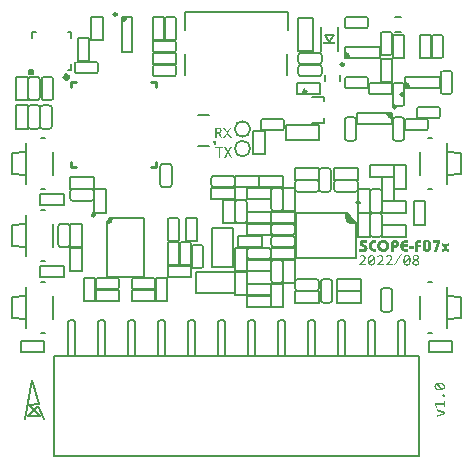
<source format=gto>
G04*
G04 #@! TF.GenerationSoftware,Altium Limited,Altium Designer,19.1.5 (86)*
G04*
G04 Layer_Color=65535*
%FSLAX25Y25*%
%MOIN*%
G70*
G01*
G75*
%ADD10C,0.00984*%
%ADD11C,0.00787*%
%ADD12C,0.00031*%
%ADD13C,0.00500*%
%ADD14C,0.01500*%
%ADD15C,0.00600*%
%ADD16C,0.00800*%
%ADD17C,0.01000*%
%ADD18R,0.03937X0.00787*%
G36*
X-42118Y5843D02*
X-41331D01*
Y5451D01*
X-41630Y4727D01*
X-42184Y4174D01*
X-42908Y3874D01*
X-43299D01*
D01*
X-43299D01*
X-42118Y5843D01*
D02*
G37*
G36*
X-67500Y54500D02*
Y54301D01*
X-67652Y53934D01*
X-67934Y53652D01*
X-68301Y53500D01*
X-68500D01*
X-68699D01*
X-69067Y53652D01*
X-69348Y53934D01*
X-69500Y54301D01*
Y54500D01*
Y54699D01*
X-69348Y55066D01*
X-69067Y55348D01*
X-68699Y55500D01*
X-68500D01*
X-68301D01*
X-67934Y55348D01*
X-67652Y55066D01*
X-67500Y54699D01*
Y54500D01*
D01*
D02*
G37*
G36*
X-38272Y72905D02*
X-36500D01*
Y72512D01*
X-37681Y71331D01*
X-38272D01*
Y72905D01*
D02*
G37*
G36*
X36504Y7000D02*
X36403Y6675D01*
X36393Y5993D01*
X36575Y5337D01*
X36935Y4759D01*
X37444Y4306D01*
X38061Y4016D01*
X38734Y3911D01*
X39409Y4001D01*
X39720Y4140D01*
Y4140D01*
X36882Y7000D01*
X36504Y7000D01*
D02*
G37*
G36*
X51906Y40772D02*
Y39000D01*
X51512D01*
X50331Y40181D01*
Y40772D01*
X51906D01*
D02*
G37*
G36*
X36094Y59228D02*
Y61000D01*
X36488D01*
X37669Y59819D01*
Y59228D01*
X36094D01*
D02*
G37*
G36*
X56094Y49228D02*
Y51000D01*
X56488D01*
X57669Y49819D01*
Y49228D01*
X56094D01*
D02*
G37*
G36*
X52906Y-9956D02*
X52473D01*
X54884Y-6256D01*
X55322D01*
X52906Y-9956D01*
D02*
G37*
G36*
X50988Y-6492D02*
X51042Y-6497D01*
X51106Y-6502D01*
X51175Y-6517D01*
X51248Y-6531D01*
X51317Y-6556D01*
X51327Y-6561D01*
X51347Y-6566D01*
X51386Y-6585D01*
X51430Y-6605D01*
X51480Y-6630D01*
X51534Y-6664D01*
X51588Y-6704D01*
X51642Y-6753D01*
X51647Y-6758D01*
X51667Y-6777D01*
X51691Y-6802D01*
X51721Y-6841D01*
X51755Y-6886D01*
X51790Y-6940D01*
X51824Y-6999D01*
X51854Y-7068D01*
X51858Y-7078D01*
X51863Y-7097D01*
X51878Y-7137D01*
X51893Y-7186D01*
X51903Y-7250D01*
X51917Y-7319D01*
X51922Y-7402D01*
X51927Y-7486D01*
Y-7496D01*
Y-7520D01*
X51922Y-7555D01*
Y-7604D01*
X51913Y-7663D01*
X51903Y-7722D01*
X51893Y-7786D01*
X51873Y-7850D01*
Y-7855D01*
X51863Y-7880D01*
X51854Y-7914D01*
X51834Y-7953D01*
X51814Y-8007D01*
X51785Y-8061D01*
X51755Y-8121D01*
X51716Y-8185D01*
X51711Y-8189D01*
X51696Y-8214D01*
X51676Y-8244D01*
X51642Y-8288D01*
X51608Y-8342D01*
X51558Y-8396D01*
X51509Y-8460D01*
X51450Y-8529D01*
X51445Y-8539D01*
X51421Y-8558D01*
X51386Y-8598D01*
X51342Y-8642D01*
X51283Y-8701D01*
X51219Y-8765D01*
X51145Y-8839D01*
X51066Y-8918D01*
X50446Y-9523D01*
X52109D01*
Y-9956D01*
X49856D01*
Y-9547D01*
X50742Y-8667D01*
X50747Y-8662D01*
X50751Y-8657D01*
X50776Y-8632D01*
X50815Y-8593D01*
X50865Y-8539D01*
X50924Y-8485D01*
X50983Y-8421D01*
X51037Y-8357D01*
X51091Y-8298D01*
X51096Y-8293D01*
X51116Y-8273D01*
X51140Y-8239D01*
X51170Y-8204D01*
X51204Y-8160D01*
X51239Y-8111D01*
X51273Y-8061D01*
X51302Y-8012D01*
X51307Y-8007D01*
X51317Y-7988D01*
X51327Y-7963D01*
X51347Y-7934D01*
X51362Y-7894D01*
X51381Y-7850D01*
X51396Y-7811D01*
X51406Y-7766D01*
Y-7761D01*
X51411Y-7747D01*
X51416Y-7722D01*
X51421Y-7693D01*
X51425Y-7653D01*
X51430Y-7609D01*
X51435Y-7515D01*
Y-7510D01*
Y-7496D01*
Y-7471D01*
X51430Y-7437D01*
X51425Y-7402D01*
X51421Y-7358D01*
X51401Y-7274D01*
Y-7269D01*
X51396Y-7255D01*
X51386Y-7235D01*
X51376Y-7205D01*
X51342Y-7141D01*
X51293Y-7078D01*
X51288Y-7073D01*
X51278Y-7063D01*
X51263Y-7048D01*
X51243Y-7028D01*
X51219Y-7004D01*
X51189Y-6984D01*
X51111Y-6940D01*
X51106D01*
X51091Y-6930D01*
X51066Y-6925D01*
X51037Y-6915D01*
X50997Y-6905D01*
X50953Y-6900D01*
X50904Y-6891D01*
X50806D01*
X50766Y-6895D01*
X50712Y-6900D01*
X50648Y-6915D01*
X50584Y-6930D01*
X50515Y-6955D01*
X50446Y-6989D01*
X50437Y-6994D01*
X50417Y-7004D01*
X50382Y-7028D01*
X50338Y-7053D01*
X50289Y-7092D01*
X50235Y-7132D01*
X50176Y-7186D01*
X50122Y-7240D01*
X49866Y-6935D01*
X49876Y-6925D01*
X49900Y-6900D01*
X49940Y-6866D01*
X49994Y-6817D01*
X50063Y-6768D01*
X50136Y-6713D01*
X50220Y-6659D01*
X50314Y-6610D01*
X50318D01*
X50323Y-6605D01*
X50338Y-6600D01*
X50358Y-6590D01*
X50382Y-6581D01*
X50412Y-6571D01*
X50486Y-6546D01*
X50569Y-6526D01*
X50673Y-6507D01*
X50781Y-6492D01*
X50904Y-6487D01*
X50943D01*
X50988Y-6492D01*
D02*
G37*
G36*
X48036D02*
X48090Y-6497D01*
X48154Y-6502D01*
X48223Y-6517D01*
X48296Y-6531D01*
X48365Y-6556D01*
X48375Y-6561D01*
X48395Y-6566D01*
X48434Y-6585D01*
X48478Y-6605D01*
X48528Y-6630D01*
X48582Y-6664D01*
X48636Y-6704D01*
X48690Y-6753D01*
X48695Y-6758D01*
X48715Y-6777D01*
X48739Y-6802D01*
X48769Y-6841D01*
X48803Y-6886D01*
X48838Y-6940D01*
X48872Y-6999D01*
X48902Y-7068D01*
X48906Y-7078D01*
X48911Y-7097D01*
X48926Y-7137D01*
X48941Y-7186D01*
X48951Y-7250D01*
X48965Y-7319D01*
X48970Y-7402D01*
X48975Y-7486D01*
Y-7496D01*
Y-7520D01*
X48970Y-7555D01*
Y-7604D01*
X48961Y-7663D01*
X48951Y-7722D01*
X48941Y-7786D01*
X48921Y-7850D01*
Y-7855D01*
X48911Y-7880D01*
X48902Y-7914D01*
X48882Y-7953D01*
X48862Y-8007D01*
X48833Y-8061D01*
X48803Y-8121D01*
X48764Y-8185D01*
X48759Y-8189D01*
X48744Y-8214D01*
X48724Y-8244D01*
X48690Y-8288D01*
X48656Y-8342D01*
X48606Y-8396D01*
X48557Y-8460D01*
X48498Y-8529D01*
X48493Y-8539D01*
X48469Y-8558D01*
X48434Y-8598D01*
X48390Y-8642D01*
X48331Y-8701D01*
X48267Y-8765D01*
X48193Y-8839D01*
X48114Y-8918D01*
X47494Y-9523D01*
X49157D01*
Y-9956D01*
X46904D01*
Y-9547D01*
X47790Y-8667D01*
X47794Y-8662D01*
X47799Y-8657D01*
X47824Y-8632D01*
X47863Y-8593D01*
X47913Y-8539D01*
X47972Y-8485D01*
X48031Y-8421D01*
X48085Y-8357D01*
X48139Y-8298D01*
X48144Y-8293D01*
X48164Y-8273D01*
X48188Y-8239D01*
X48218Y-8204D01*
X48252Y-8160D01*
X48287Y-8111D01*
X48321Y-8061D01*
X48351Y-8012D01*
X48355Y-8007D01*
X48365Y-7988D01*
X48375Y-7963D01*
X48395Y-7934D01*
X48410Y-7894D01*
X48429Y-7850D01*
X48444Y-7811D01*
X48454Y-7766D01*
Y-7761D01*
X48459Y-7747D01*
X48464Y-7722D01*
X48469Y-7693D01*
X48474Y-7653D01*
X48478Y-7609D01*
X48483Y-7515D01*
Y-7510D01*
Y-7496D01*
Y-7471D01*
X48478Y-7437D01*
X48474Y-7402D01*
X48469Y-7358D01*
X48449Y-7274D01*
Y-7269D01*
X48444Y-7255D01*
X48434Y-7235D01*
X48424Y-7205D01*
X48390Y-7141D01*
X48341Y-7078D01*
X48336Y-7073D01*
X48326Y-7063D01*
X48311Y-7048D01*
X48291Y-7028D01*
X48267Y-7004D01*
X48237Y-6984D01*
X48159Y-6940D01*
X48154D01*
X48139Y-6930D01*
X48114Y-6925D01*
X48085Y-6915D01*
X48045Y-6905D01*
X48001Y-6900D01*
X47952Y-6891D01*
X47854D01*
X47814Y-6895D01*
X47760Y-6900D01*
X47696Y-6915D01*
X47632Y-6930D01*
X47563Y-6955D01*
X47494Y-6989D01*
X47485Y-6994D01*
X47465Y-7004D01*
X47430Y-7028D01*
X47386Y-7053D01*
X47337Y-7092D01*
X47283Y-7132D01*
X47224Y-7186D01*
X47170Y-7240D01*
X46914Y-6935D01*
X46924Y-6925D01*
X46948Y-6900D01*
X46988Y-6866D01*
X47042Y-6817D01*
X47111Y-6768D01*
X47184Y-6713D01*
X47268Y-6659D01*
X47362Y-6610D01*
X47366D01*
X47371Y-6605D01*
X47386Y-6600D01*
X47406Y-6590D01*
X47430Y-6581D01*
X47460Y-6571D01*
X47534Y-6546D01*
X47617Y-6526D01*
X47721Y-6507D01*
X47829Y-6492D01*
X47952Y-6487D01*
X47991D01*
X48036Y-6492D01*
D02*
G37*
G36*
X42132D02*
X42186Y-6497D01*
X42250Y-6502D01*
X42319Y-6517D01*
X42392Y-6531D01*
X42461Y-6556D01*
X42471Y-6561D01*
X42491Y-6566D01*
X42530Y-6585D01*
X42574Y-6605D01*
X42624Y-6630D01*
X42678Y-6664D01*
X42732Y-6704D01*
X42786Y-6753D01*
X42791Y-6758D01*
X42811Y-6777D01*
X42835Y-6802D01*
X42865Y-6841D01*
X42899Y-6886D01*
X42934Y-6940D01*
X42968Y-6999D01*
X42998Y-7068D01*
X43002Y-7078D01*
X43007Y-7097D01*
X43022Y-7137D01*
X43037Y-7186D01*
X43047Y-7250D01*
X43062Y-7319D01*
X43066Y-7402D01*
X43071Y-7486D01*
Y-7496D01*
Y-7520D01*
X43066Y-7555D01*
Y-7604D01*
X43057Y-7663D01*
X43047Y-7722D01*
X43037Y-7786D01*
X43017Y-7850D01*
Y-7855D01*
X43007Y-7880D01*
X42998Y-7914D01*
X42978Y-7953D01*
X42958Y-8007D01*
X42929Y-8061D01*
X42899Y-8121D01*
X42860Y-8185D01*
X42855Y-8189D01*
X42840Y-8214D01*
X42820Y-8244D01*
X42786Y-8288D01*
X42752Y-8342D01*
X42702Y-8396D01*
X42653Y-8460D01*
X42594Y-8529D01*
X42589Y-8539D01*
X42565Y-8558D01*
X42530Y-8598D01*
X42486Y-8642D01*
X42427Y-8701D01*
X42363Y-8765D01*
X42289Y-8839D01*
X42210Y-8918D01*
X41590Y-9523D01*
X43253D01*
Y-9956D01*
X41000D01*
Y-9547D01*
X41886Y-8667D01*
X41890Y-8662D01*
X41895Y-8657D01*
X41920Y-8632D01*
X41959Y-8593D01*
X42009Y-8539D01*
X42068Y-8485D01*
X42127Y-8421D01*
X42181Y-8357D01*
X42235Y-8298D01*
X42240Y-8293D01*
X42259Y-8273D01*
X42284Y-8239D01*
X42314Y-8204D01*
X42348Y-8160D01*
X42382Y-8111D01*
X42417Y-8061D01*
X42447Y-8012D01*
X42451Y-8007D01*
X42461Y-7988D01*
X42471Y-7963D01*
X42491Y-7934D01*
X42505Y-7894D01*
X42525Y-7850D01*
X42540Y-7811D01*
X42550Y-7766D01*
Y-7761D01*
X42555Y-7747D01*
X42560Y-7722D01*
X42565Y-7693D01*
X42570Y-7653D01*
X42574Y-7609D01*
X42579Y-7515D01*
Y-7510D01*
Y-7496D01*
Y-7471D01*
X42574Y-7437D01*
X42570Y-7402D01*
X42565Y-7358D01*
X42545Y-7274D01*
Y-7269D01*
X42540Y-7255D01*
X42530Y-7235D01*
X42520Y-7205D01*
X42486Y-7141D01*
X42437Y-7078D01*
X42432Y-7073D01*
X42422Y-7063D01*
X42407Y-7048D01*
X42387Y-7028D01*
X42363Y-7004D01*
X42333Y-6984D01*
X42255Y-6940D01*
X42250D01*
X42235Y-6930D01*
X42210Y-6925D01*
X42181Y-6915D01*
X42141Y-6905D01*
X42097Y-6900D01*
X42048Y-6891D01*
X41950D01*
X41910Y-6895D01*
X41856Y-6900D01*
X41792Y-6915D01*
X41728Y-6930D01*
X41659Y-6955D01*
X41590Y-6989D01*
X41581Y-6994D01*
X41561Y-7004D01*
X41526Y-7028D01*
X41482Y-7053D01*
X41433Y-7092D01*
X41379Y-7132D01*
X41320Y-7186D01*
X41266Y-7240D01*
X41010Y-6935D01*
X41020Y-6925D01*
X41044Y-6900D01*
X41084Y-6866D01*
X41138Y-6817D01*
X41207Y-6768D01*
X41280Y-6713D01*
X41364Y-6659D01*
X41458Y-6610D01*
X41462D01*
X41467Y-6605D01*
X41482Y-6600D01*
X41502Y-6590D01*
X41526Y-6581D01*
X41556Y-6571D01*
X41630Y-6546D01*
X41713Y-6526D01*
X41817Y-6507D01*
X41925Y-6492D01*
X42048Y-6487D01*
X42087D01*
X42132Y-6492D01*
D02*
G37*
G36*
X59913D02*
X59976D01*
X60045Y-6502D01*
X60124Y-6512D01*
X60203Y-6526D01*
X60281Y-6546D01*
X60291D01*
X60316Y-6556D01*
X60350Y-6571D01*
X60400Y-6585D01*
X60454Y-6610D01*
X60508Y-6635D01*
X60562Y-6669D01*
X60616Y-6704D01*
X60621Y-6708D01*
X60641Y-6723D01*
X60665Y-6743D01*
X60695Y-6773D01*
X60729Y-6812D01*
X60764Y-6856D01*
X60793Y-6905D01*
X60823Y-6959D01*
X60828Y-6964D01*
X60833Y-6984D01*
X60842Y-7014D01*
X60857Y-7058D01*
X60872Y-7107D01*
X60882Y-7161D01*
X60887Y-7220D01*
X60892Y-7289D01*
Y-7294D01*
Y-7304D01*
Y-7319D01*
Y-7338D01*
X60882Y-7397D01*
X60872Y-7466D01*
X60852Y-7545D01*
X60823Y-7633D01*
X60778Y-7717D01*
X60724Y-7801D01*
X60714Y-7811D01*
X60695Y-7835D01*
X60655Y-7875D01*
X60601Y-7924D01*
X60537Y-7978D01*
X60454Y-8042D01*
X60360Y-8106D01*
X60252Y-8165D01*
X60257Y-8170D01*
X60277Y-8180D01*
X60306Y-8194D01*
X60345Y-8214D01*
X60390Y-8244D01*
X60434Y-8268D01*
X60532Y-8337D01*
X60537Y-8342D01*
X60557Y-8352D01*
X60582Y-8371D01*
X60611Y-8396D01*
X60646Y-8426D01*
X60685Y-8460D01*
X60764Y-8539D01*
X60769Y-8544D01*
X60778Y-8558D01*
X60798Y-8583D01*
X60818Y-8613D01*
X60842Y-8652D01*
X60867Y-8691D01*
X60911Y-8790D01*
X60916Y-8795D01*
X60921Y-8814D01*
X60931Y-8844D01*
X60941Y-8878D01*
X60951Y-8927D01*
X60956Y-8977D01*
X60965Y-9036D01*
Y-9100D01*
Y-9110D01*
Y-9134D01*
X60960Y-9178D01*
X60956Y-9228D01*
X60946Y-9291D01*
X60926Y-9356D01*
X60906Y-9424D01*
X60877Y-9488D01*
X60872Y-9493D01*
X60862Y-9518D01*
X60842Y-9547D01*
X60813Y-9587D01*
X60778Y-9631D01*
X60734Y-9680D01*
X60685Y-9729D01*
X60626Y-9774D01*
X60621Y-9779D01*
X60596Y-9793D01*
X60567Y-9813D01*
X60523Y-9838D01*
X60464Y-9867D01*
X60400Y-9892D01*
X60331Y-9921D01*
X60252Y-9946D01*
X60242D01*
X60213Y-9956D01*
X60168Y-9961D01*
X60114Y-9971D01*
X60040Y-9980D01*
X59962Y-9990D01*
X59873Y-9995D01*
X59780Y-10000D01*
X59730D01*
X59681Y-9995D01*
X59612Y-9990D01*
X59534Y-9985D01*
X59450Y-9975D01*
X59366Y-9961D01*
X59283Y-9941D01*
X59273Y-9936D01*
X59248Y-9931D01*
X59209Y-9916D01*
X59160Y-9897D01*
X59106Y-9872D01*
X59047Y-9843D01*
X58983Y-9808D01*
X58929Y-9769D01*
X58924Y-9764D01*
X58904Y-9749D01*
X58879Y-9725D01*
X58850Y-9695D01*
X58815Y-9656D01*
X58776Y-9606D01*
X58741Y-9557D01*
X58712Y-9503D01*
X58707Y-9498D01*
X58702Y-9474D01*
X58687Y-9444D01*
X58678Y-9400D01*
X58663Y-9351D01*
X58648Y-9291D01*
X58643Y-9228D01*
X58638Y-9159D01*
Y-9154D01*
Y-9144D01*
Y-9129D01*
X58643Y-9105D01*
Y-9080D01*
X58648Y-9046D01*
X58658Y-8972D01*
X58683Y-8888D01*
X58712Y-8800D01*
X58751Y-8706D01*
X58810Y-8618D01*
Y-8613D01*
X58820Y-8608D01*
X58845Y-8578D01*
X58884Y-8534D01*
X58943Y-8480D01*
X59022Y-8416D01*
X59115Y-8347D01*
X59229Y-8273D01*
X59356Y-8204D01*
X59352D01*
X59342Y-8194D01*
X59327Y-8185D01*
X59302Y-8175D01*
X59243Y-8140D01*
X59170Y-8091D01*
X59091Y-8037D01*
X59007Y-7973D01*
X58933Y-7899D01*
X58864Y-7825D01*
Y-7820D01*
X58860Y-7816D01*
X58840Y-7786D01*
X58815Y-7742D01*
X58791Y-7688D01*
X58761Y-7614D01*
X58737Y-7530D01*
X58717Y-7442D01*
X58712Y-7343D01*
Y-7333D01*
Y-7314D01*
X58717Y-7284D01*
X58722Y-7245D01*
X58727Y-7196D01*
X58741Y-7141D01*
X58756Y-7087D01*
X58781Y-7028D01*
X58786Y-7023D01*
X58796Y-7004D01*
X58810Y-6974D01*
X58830Y-6935D01*
X58860Y-6891D01*
X58894Y-6846D01*
X58938Y-6797D01*
X58983Y-6753D01*
X58987Y-6748D01*
X59007Y-6733D01*
X59037Y-6708D01*
X59076Y-6684D01*
X59125Y-6650D01*
X59184Y-6620D01*
X59253Y-6590D01*
X59327Y-6561D01*
X59332D01*
X59337Y-6556D01*
X59366Y-6551D01*
X59411Y-6536D01*
X59470Y-6522D01*
X59539Y-6512D01*
X59622Y-6497D01*
X59716Y-6492D01*
X59819Y-6487D01*
X59863D01*
X59913Y-6492D01*
D02*
G37*
G36*
X56975D02*
X57044Y-6502D01*
X57118Y-6512D01*
X57202Y-6531D01*
X57290Y-6556D01*
X57374Y-6590D01*
X57379D01*
X57384Y-6595D01*
X57413Y-6610D01*
X57452Y-6635D01*
X57507Y-6669D01*
X57566Y-6713D01*
X57630Y-6768D01*
X57694Y-6836D01*
X57758Y-6910D01*
X57762Y-6920D01*
X57782Y-6950D01*
X57812Y-6994D01*
X57851Y-7058D01*
X57890Y-7141D01*
X57930Y-7235D01*
X57969Y-7343D01*
X58003Y-7461D01*
Y-7466D01*
X58008Y-7476D01*
X58013Y-7496D01*
X58018Y-7520D01*
X58023Y-7550D01*
X58033Y-7589D01*
X58038Y-7633D01*
X58048Y-7683D01*
X58058Y-7737D01*
X58063Y-7796D01*
X58077Y-7934D01*
X58087Y-8081D01*
X58092Y-8248D01*
Y-8253D01*
Y-8268D01*
Y-8288D01*
Y-8312D01*
Y-8352D01*
X58087Y-8391D01*
Y-8435D01*
X58082Y-8485D01*
X58072Y-8598D01*
X58058Y-8716D01*
X58038Y-8844D01*
X58013Y-8967D01*
Y-8972D01*
X58008Y-8982D01*
X58003Y-8996D01*
X57999Y-9021D01*
X57994Y-9046D01*
X57984Y-9080D01*
X57954Y-9154D01*
X57925Y-9242D01*
X57881Y-9336D01*
X57836Y-9429D01*
X57777Y-9518D01*
Y-9523D01*
X57772Y-9528D01*
X57748Y-9557D01*
X57713Y-9597D01*
X57669Y-9651D01*
X57610Y-9705D01*
X57541Y-9769D01*
X57467Y-9823D01*
X57379Y-9877D01*
X57374D01*
X57369Y-9882D01*
X57354Y-9887D01*
X57339Y-9897D01*
X57285Y-9916D01*
X57221Y-9936D01*
X57138Y-9961D01*
X57044Y-9980D01*
X56941Y-9995D01*
X56823Y-10000D01*
X56778D01*
X56724Y-9995D01*
X56655Y-9985D01*
X56582Y-9975D01*
X56493Y-9961D01*
X56409Y-9936D01*
X56321Y-9902D01*
X56311Y-9897D01*
X56282Y-9882D01*
X56242Y-9857D01*
X56188Y-9823D01*
X56129Y-9779D01*
X56065Y-9725D01*
X56001Y-9661D01*
X55937Y-9587D01*
Y-9582D01*
X55932Y-9577D01*
X55913Y-9547D01*
X55883Y-9498D01*
X55849Y-9434D01*
X55809Y-9356D01*
X55765Y-9262D01*
X55726Y-9154D01*
X55691Y-9036D01*
Y-9031D01*
X55686Y-9021D01*
X55681Y-9001D01*
X55676Y-8977D01*
X55671Y-8942D01*
X55662Y-8908D01*
X55657Y-8863D01*
X55647Y-8809D01*
X55637Y-8755D01*
X55632Y-8696D01*
X55617Y-8563D01*
X55607Y-8411D01*
X55603Y-8248D01*
Y-8244D01*
Y-8229D01*
Y-8209D01*
Y-8180D01*
X55607Y-8145D01*
Y-8106D01*
Y-8061D01*
X55612Y-8012D01*
X55622Y-7899D01*
X55637Y-7781D01*
X55657Y-7653D01*
X55681Y-7530D01*
Y-7525D01*
X55686Y-7515D01*
X55691Y-7501D01*
X55696Y-7476D01*
X55706Y-7446D01*
X55716Y-7417D01*
X55745Y-7338D01*
X55775Y-7250D01*
X55819Y-7156D01*
X55868Y-7063D01*
X55922Y-6974D01*
Y-6969D01*
X55932Y-6964D01*
X55952Y-6935D01*
X55986Y-6891D01*
X56031Y-6841D01*
X56090Y-6782D01*
X56154Y-6723D01*
X56232Y-6664D01*
X56316Y-6615D01*
X56321D01*
X56326Y-6610D01*
X56341Y-6605D01*
X56360Y-6595D01*
X56409Y-6576D01*
X56478Y-6551D01*
X56557Y-6526D01*
X56655Y-6507D01*
X56759Y-6492D01*
X56877Y-6487D01*
X56921D01*
X56975Y-6492D01*
D02*
G37*
G36*
X45167D02*
X45236Y-6502D01*
X45310Y-6512D01*
X45394Y-6531D01*
X45482Y-6556D01*
X45566Y-6590D01*
X45571D01*
X45576Y-6595D01*
X45605Y-6610D01*
X45645Y-6635D01*
X45699Y-6669D01*
X45758Y-6713D01*
X45822Y-6768D01*
X45886Y-6836D01*
X45950Y-6910D01*
X45954Y-6920D01*
X45974Y-6950D01*
X46004Y-6994D01*
X46043Y-7058D01*
X46082Y-7141D01*
X46122Y-7235D01*
X46161Y-7343D01*
X46196Y-7461D01*
Y-7466D01*
X46200Y-7476D01*
X46205Y-7496D01*
X46210Y-7520D01*
X46215Y-7550D01*
X46225Y-7589D01*
X46230Y-7633D01*
X46240Y-7683D01*
X46250Y-7737D01*
X46255Y-7796D01*
X46269Y-7934D01*
X46279Y-8081D01*
X46284Y-8248D01*
Y-8253D01*
Y-8268D01*
Y-8288D01*
Y-8312D01*
Y-8352D01*
X46279Y-8391D01*
Y-8435D01*
X46274Y-8485D01*
X46264Y-8598D01*
X46250Y-8716D01*
X46230Y-8844D01*
X46205Y-8967D01*
Y-8972D01*
X46200Y-8982D01*
X46196Y-8996D01*
X46191Y-9021D01*
X46186Y-9046D01*
X46176Y-9080D01*
X46146Y-9154D01*
X46117Y-9242D01*
X46073Y-9336D01*
X46028Y-9429D01*
X45969Y-9518D01*
Y-9523D01*
X45964Y-9528D01*
X45940Y-9557D01*
X45905Y-9597D01*
X45861Y-9651D01*
X45802Y-9705D01*
X45733Y-9769D01*
X45659Y-9823D01*
X45571Y-9877D01*
X45566D01*
X45561Y-9882D01*
X45546Y-9887D01*
X45531Y-9897D01*
X45477Y-9916D01*
X45413Y-9936D01*
X45330Y-9961D01*
X45236Y-9980D01*
X45133Y-9995D01*
X45015Y-10000D01*
X44970D01*
X44916Y-9995D01*
X44847Y-9985D01*
X44774Y-9975D01*
X44685Y-9961D01*
X44601Y-9936D01*
X44513Y-9902D01*
X44503Y-9897D01*
X44473Y-9882D01*
X44434Y-9857D01*
X44380Y-9823D01*
X44321Y-9779D01*
X44257Y-9725D01*
X44193Y-9661D01*
X44129Y-9587D01*
Y-9582D01*
X44124Y-9577D01*
X44104Y-9547D01*
X44075Y-9498D01*
X44041Y-9434D01*
X44001Y-9356D01*
X43957Y-9262D01*
X43918Y-9154D01*
X43883Y-9036D01*
Y-9031D01*
X43878Y-9021D01*
X43873Y-9001D01*
X43868Y-8977D01*
X43863Y-8942D01*
X43854Y-8908D01*
X43849Y-8863D01*
X43839Y-8809D01*
X43829Y-8755D01*
X43824Y-8696D01*
X43809Y-8563D01*
X43799Y-8411D01*
X43795Y-8248D01*
Y-8244D01*
Y-8229D01*
Y-8209D01*
Y-8180D01*
X43799Y-8145D01*
Y-8106D01*
Y-8061D01*
X43804Y-8012D01*
X43814Y-7899D01*
X43829Y-7781D01*
X43849Y-7653D01*
X43873Y-7530D01*
Y-7525D01*
X43878Y-7515D01*
X43883Y-7501D01*
X43888Y-7476D01*
X43898Y-7446D01*
X43908Y-7417D01*
X43937Y-7338D01*
X43967Y-7250D01*
X44011Y-7156D01*
X44060Y-7063D01*
X44114Y-6974D01*
Y-6969D01*
X44124Y-6964D01*
X44144Y-6935D01*
X44178Y-6891D01*
X44223Y-6841D01*
X44282Y-6782D01*
X44346Y-6723D01*
X44424Y-6664D01*
X44508Y-6615D01*
X44513D01*
X44518Y-6610D01*
X44533Y-6605D01*
X44552Y-6595D01*
X44601Y-6576D01*
X44670Y-6551D01*
X44749Y-6526D01*
X44847Y-6507D01*
X44951Y-6492D01*
X45069Y-6487D01*
X45113D01*
X45167Y-6492D01*
D02*
G37*
G36*
X-2744Y34271D02*
X-1603Y32500D01*
X-2193D01*
X-3030Y33882D01*
X-3866Y32500D01*
X-4447D01*
X-3305Y34247D01*
X-4353Y35924D01*
X-3802D01*
X-3020Y34635D01*
X-2228Y35924D01*
X-1691D01*
X-2744Y34271D01*
D02*
G37*
G36*
X-5977Y35919D02*
X-5903Y35914D01*
X-5824Y35910D01*
X-5740Y35895D01*
X-5652Y35880D01*
X-5568Y35855D01*
X-5563D01*
X-5558Y35851D01*
X-5534Y35846D01*
X-5494Y35831D01*
X-5440Y35811D01*
X-5386Y35782D01*
X-5327Y35752D01*
X-5268Y35718D01*
X-5214Y35673D01*
X-5209Y35669D01*
X-5189Y35654D01*
X-5165Y35629D01*
X-5135Y35595D01*
X-5106Y35550D01*
X-5071Y35501D01*
X-5037Y35447D01*
X-5012Y35388D01*
X-5007Y35383D01*
X-5003Y35359D01*
X-4993Y35324D01*
X-4978Y35280D01*
X-4968Y35226D01*
X-4958Y35167D01*
X-4953Y35098D01*
X-4948Y35024D01*
Y35019D01*
Y34994D01*
Y34965D01*
X-4953Y34926D01*
X-4958Y34876D01*
X-4968Y34827D01*
X-4998Y34719D01*
Y34714D01*
X-5007Y34694D01*
X-5017Y34670D01*
X-5032Y34635D01*
X-5052Y34591D01*
X-5076Y34547D01*
X-5140Y34458D01*
X-5145Y34453D01*
X-5155Y34438D01*
X-5175Y34419D01*
X-5199Y34389D01*
X-5234Y34360D01*
X-5273Y34325D01*
X-5317Y34291D01*
X-5367Y34256D01*
X-5372Y34251D01*
X-5391Y34242D01*
X-5421Y34227D01*
X-5460Y34207D01*
X-5504Y34188D01*
X-5558Y34168D01*
X-5622Y34148D01*
X-5686Y34128D01*
X-5681D01*
X-5662Y34119D01*
X-5632Y34109D01*
X-5598Y34089D01*
X-5563Y34065D01*
X-5519Y34035D01*
X-5480Y34001D01*
X-5440Y33956D01*
X-5435Y33951D01*
X-5421Y33932D01*
X-5401Y33907D01*
X-5376Y33868D01*
X-5342Y33823D01*
X-5308Y33764D01*
X-5273Y33700D01*
X-5234Y33627D01*
X-4693Y32500D01*
X-5219D01*
X-5731Y33592D01*
Y33597D01*
X-5740Y33612D01*
X-5750Y33637D01*
X-5765Y33666D01*
X-5804Y33735D01*
X-5849Y33799D01*
X-5854Y33804D01*
X-5859Y33814D01*
X-5873Y33828D01*
X-5888Y33848D01*
X-5927Y33892D01*
X-5977Y33932D01*
X-5982D01*
X-5987Y33942D01*
X-6001Y33946D01*
X-6021Y33961D01*
X-6070Y33981D01*
X-6129Y34001D01*
X-6134D01*
X-6144Y34005D01*
X-6159Y34010D01*
X-6183Y34015D01*
X-6242Y34020D01*
X-6311Y34025D01*
X-6533D01*
Y32500D01*
X-7000D01*
Y35924D01*
X-6031D01*
X-5977Y35919D01*
D02*
G37*
G36*
X67891Y-49105D02*
X67935D01*
X67985Y-49110D01*
X68098Y-49120D01*
X68216Y-49135D01*
X68344Y-49154D01*
X68467Y-49179D01*
X68472D01*
X68482Y-49184D01*
X68496Y-49189D01*
X68521Y-49194D01*
X68546Y-49199D01*
X68580Y-49209D01*
X68654Y-49238D01*
X68742Y-49268D01*
X68836Y-49312D01*
X68929Y-49356D01*
X69018Y-49415D01*
X69023D01*
X69028Y-49420D01*
X69057Y-49445D01*
X69097Y-49479D01*
X69151Y-49523D01*
X69205Y-49582D01*
X69269Y-49651D01*
X69323Y-49725D01*
X69377Y-49814D01*
Y-49819D01*
X69382Y-49824D01*
X69387Y-49838D01*
X69397Y-49853D01*
X69416Y-49907D01*
X69436Y-49971D01*
X69461Y-50055D01*
X69480Y-50148D01*
X69495Y-50252D01*
X69500Y-50370D01*
Y-50414D01*
X69495Y-50468D01*
X69485Y-50537D01*
X69475Y-50611D01*
X69461Y-50699D01*
X69436Y-50783D01*
X69402Y-50872D01*
X69397Y-50881D01*
X69382Y-50911D01*
X69357Y-50950D01*
X69323Y-51004D01*
X69279Y-51063D01*
X69225Y-51127D01*
X69160Y-51191D01*
X69087Y-51255D01*
X69082D01*
X69077Y-51260D01*
X69047Y-51280D01*
X68998Y-51309D01*
X68934Y-51344D01*
X68856Y-51383D01*
X68762Y-51428D01*
X68654Y-51467D01*
X68536Y-51501D01*
X68531D01*
X68521Y-51506D01*
X68501Y-51511D01*
X68477Y-51516D01*
X68442Y-51521D01*
X68408Y-51531D01*
X68363Y-51536D01*
X68309Y-51546D01*
X68255Y-51555D01*
X68196Y-51560D01*
X68063Y-51575D01*
X67911Y-51585D01*
X67748Y-51590D01*
X67744D01*
X67729D01*
X67709D01*
X67680D01*
X67645Y-51585D01*
X67606D01*
X67562D01*
X67512Y-51580D01*
X67399Y-51570D01*
X67281Y-51555D01*
X67153Y-51536D01*
X67030Y-51511D01*
X67025D01*
X67015Y-51506D01*
X67001Y-51501D01*
X66976Y-51496D01*
X66947Y-51487D01*
X66917Y-51477D01*
X66838Y-51447D01*
X66750Y-51418D01*
X66656Y-51373D01*
X66563Y-51324D01*
X66474Y-51270D01*
X66469D01*
X66464Y-51260D01*
X66435Y-51241D01*
X66391Y-51206D01*
X66341Y-51162D01*
X66282Y-51103D01*
X66223Y-51039D01*
X66164Y-50960D01*
X66115Y-50876D01*
Y-50872D01*
X66110Y-50867D01*
X66105Y-50852D01*
X66095Y-50832D01*
X66076Y-50783D01*
X66051Y-50714D01*
X66027Y-50635D01*
X66007Y-50537D01*
X65992Y-50434D01*
X65987Y-50316D01*
Y-50271D01*
X65992Y-50217D01*
X66002Y-50148D01*
X66012Y-50074D01*
X66031Y-49991D01*
X66056Y-49902D01*
X66090Y-49819D01*
Y-49814D01*
X66095Y-49809D01*
X66110Y-49779D01*
X66135Y-49740D01*
X66169Y-49686D01*
X66213Y-49627D01*
X66268Y-49563D01*
X66336Y-49499D01*
X66410Y-49435D01*
X66420Y-49430D01*
X66450Y-49410D01*
X66494Y-49381D01*
X66558Y-49341D01*
X66641Y-49302D01*
X66735Y-49263D01*
X66843Y-49223D01*
X66961Y-49189D01*
X66966D01*
X66976Y-49184D01*
X66996Y-49179D01*
X67020Y-49174D01*
X67050Y-49169D01*
X67089Y-49159D01*
X67133Y-49154D01*
X67183Y-49145D01*
X67237Y-49135D01*
X67296Y-49130D01*
X67434Y-49115D01*
X67581Y-49105D01*
X67748Y-49100D01*
X67753D01*
X67768D01*
X67788D01*
X67812D01*
X67852D01*
X67891Y-49105D01*
D02*
G37*
G36*
X69126Y-52884D02*
X69180Y-52894D01*
X69239Y-52913D01*
X69244D01*
X69254Y-52918D01*
X69269Y-52928D01*
X69283Y-52938D01*
X69333Y-52968D01*
X69377Y-53007D01*
Y-53012D01*
X69387Y-53017D01*
X69411Y-53046D01*
X69441Y-53091D01*
X69466Y-53149D01*
Y-53154D01*
X69471Y-53164D01*
X69475Y-53179D01*
X69480Y-53199D01*
X69495Y-53253D01*
X69500Y-53317D01*
Y-53351D01*
X69495Y-53371D01*
X69485Y-53425D01*
X69466Y-53484D01*
Y-53489D01*
X69461Y-53499D01*
X69451Y-53514D01*
X69441Y-53528D01*
X69416Y-53578D01*
X69377Y-53622D01*
X69372D01*
X69367Y-53632D01*
X69338Y-53656D01*
X69293Y-53686D01*
X69239Y-53715D01*
X69234D01*
X69225Y-53720D01*
X69210Y-53725D01*
X69190Y-53730D01*
X69136Y-53745D01*
X69072Y-53750D01*
X69067D01*
X69057D01*
X69037D01*
X69018Y-53745D01*
X68964Y-53735D01*
X68905Y-53715D01*
X68900D01*
X68890Y-53710D01*
X68875Y-53701D01*
X68856Y-53691D01*
X68811Y-53661D01*
X68762Y-53622D01*
X68757Y-53617D01*
X68752Y-53612D01*
X68728Y-53583D01*
X68698Y-53538D01*
X68669Y-53484D01*
Y-53479D01*
X68664Y-53469D01*
X68659Y-53455D01*
X68649Y-53435D01*
X68639Y-53381D01*
X68634Y-53317D01*
Y-53282D01*
X68639Y-53263D01*
X68649Y-53209D01*
X68669Y-53149D01*
Y-53145D01*
X68673Y-53135D01*
X68683Y-53120D01*
X68693Y-53100D01*
X68723Y-53056D01*
X68762Y-53007D01*
X68767Y-53002D01*
X68772Y-52997D01*
X68801Y-52972D01*
X68846Y-52943D01*
X68905Y-52913D01*
X68910D01*
X68919Y-52908D01*
X68934Y-52903D01*
X68954Y-52894D01*
X69008Y-52884D01*
X69072Y-52879D01*
X69077D01*
X69087D01*
X69106D01*
X69126Y-52884D01*
D02*
G37*
G36*
X69456Y-57263D02*
X69033D01*
Y-56382D01*
X66533D01*
X66981Y-57199D01*
X66592Y-57371D01*
X66017Y-56279D01*
Y-55875D01*
X69033D01*
Y-55108D01*
X69456D01*
Y-57263D01*
D02*
G37*
G36*
Y-58945D02*
Y-59472D01*
X66828Y-60500D01*
Y-59983D01*
X68565Y-59339D01*
X68993Y-59201D01*
X68555Y-59053D01*
X66828Y-58414D01*
Y-57917D01*
X69456Y-58945D01*
D02*
G37*
G36*
X57157Y-2361D02*
X57147D01*
X57128Y-2356D01*
X57062D01*
X57039Y-2352D01*
X56864D01*
X56817Y-2356D01*
X56765Y-2361D01*
X56708Y-2366D01*
X56647Y-2371D01*
X56515Y-2389D01*
X56378Y-2418D01*
X56241Y-2456D01*
X56179Y-2479D01*
X56118Y-2507D01*
X56113D01*
X56104Y-2517D01*
X56090Y-2522D01*
X56066Y-2536D01*
X56014Y-2574D01*
X55948Y-2626D01*
X55877Y-2692D01*
X55802Y-2772D01*
X55736Y-2866D01*
X55679Y-2980D01*
X57157D01*
Y-3867D01*
X55660D01*
Y-3872D01*
X55665Y-3881D01*
X55670Y-3900D01*
X55679Y-3919D01*
X55693Y-3947D01*
X55708Y-3980D01*
X55750Y-4051D01*
X55807Y-4131D01*
X55882Y-4216D01*
X55925Y-4254D01*
X55972Y-4292D01*
X56028Y-4329D01*
X56085Y-4363D01*
X56090D01*
X56099Y-4367D01*
X56118Y-4377D01*
X56147Y-4386D01*
X56179Y-4400D01*
X56217Y-4414D01*
X56265Y-4429D01*
X56316Y-4443D01*
X56378Y-4457D01*
X56444Y-4471D01*
X56515Y-4485D01*
X56595Y-4499D01*
X56680Y-4509D01*
X56770Y-4518D01*
X56864Y-4523D01*
X57157D01*
Y-5429D01*
X56968D01*
X56921Y-5424D01*
X56807D01*
X56746Y-5420D01*
X56604Y-5410D01*
X56449Y-5396D01*
X56293Y-5377D01*
X56142Y-5349D01*
X56137D01*
X56123Y-5344D01*
X56104Y-5339D01*
X56076Y-5335D01*
X56043Y-5325D01*
X56005Y-5311D01*
X55915Y-5283D01*
X55811Y-5250D01*
X55703Y-5207D01*
X55589Y-5155D01*
X55486Y-5094D01*
X55481Y-5089D01*
X55467Y-5080D01*
X55443Y-5066D01*
X55415Y-5042D01*
X55377Y-5019D01*
X55335Y-4986D01*
X55287Y-4943D01*
X55240Y-4901D01*
X55188Y-4853D01*
X55132Y-4797D01*
X55018Y-4679D01*
X54910Y-4542D01*
X54815Y-4386D01*
X54811Y-4381D01*
X54806Y-4367D01*
X54792Y-4344D01*
X54778Y-4311D01*
X54759Y-4273D01*
X54740Y-4221D01*
X54721Y-4169D01*
X54697Y-4108D01*
X54674Y-4042D01*
X54655Y-3966D01*
X54636Y-3890D01*
X54617Y-3805D01*
X54589Y-3631D01*
X54584Y-3537D01*
X54579Y-3442D01*
Y-3437D01*
Y-3418D01*
Y-3390D01*
X54584Y-3357D01*
X54589Y-3310D01*
X54594Y-3258D01*
X54598Y-3197D01*
X54608Y-3131D01*
X54622Y-3060D01*
X54636Y-2984D01*
X54679Y-2829D01*
X54707Y-2748D01*
X54740Y-2663D01*
X54773Y-2583D01*
X54815Y-2503D01*
X54820Y-2498D01*
X54825Y-2484D01*
X54839Y-2460D01*
X54858Y-2432D01*
X54882Y-2394D01*
X54915Y-2352D01*
X54948Y-2305D01*
X54990Y-2253D01*
X55033Y-2196D01*
X55085Y-2139D01*
X55136Y-2083D01*
X55198Y-2021D01*
X55264Y-1965D01*
X55335Y-1903D01*
X55405Y-1847D01*
X55486Y-1795D01*
X55490D01*
X55500Y-1785D01*
X55514Y-1781D01*
X55533Y-1767D01*
X55561Y-1752D01*
X55589Y-1738D01*
X55627Y-1719D01*
X55670Y-1700D01*
X55764Y-1658D01*
X55877Y-1615D01*
X56005Y-1573D01*
X56142Y-1540D01*
X56147D01*
X56161Y-1535D01*
X56179Y-1531D01*
X56213Y-1526D01*
X56250Y-1521D01*
X56293Y-1512D01*
X56345Y-1507D01*
X56401Y-1497D01*
X56467Y-1488D01*
X56538Y-1483D01*
X56614Y-1474D01*
X56689Y-1469D01*
X56864Y-1460D01*
X57053Y-1455D01*
X57157D01*
Y-2361D01*
D02*
G37*
G36*
X46612Y-2389D02*
X46603D01*
X46584Y-2385D01*
X46513D01*
X46489Y-2380D01*
X46324D01*
X46277Y-2385D01*
X46225Y-2389D01*
X46164Y-2394D01*
X46093Y-2404D01*
X46017Y-2413D01*
X45862Y-2446D01*
X45777Y-2470D01*
X45696Y-2498D01*
X45616Y-2531D01*
X45536Y-2564D01*
X45460Y-2611D01*
X45394Y-2659D01*
X45390Y-2663D01*
X45380Y-2673D01*
X45361Y-2687D01*
X45342Y-2710D01*
X45314Y-2739D01*
X45286Y-2772D01*
X45253Y-2814D01*
X45224Y-2857D01*
X45191Y-2913D01*
X45158Y-2970D01*
X45130Y-3036D01*
X45102Y-3102D01*
X45083Y-3182D01*
X45064Y-3263D01*
X45055Y-3348D01*
X45050Y-3442D01*
Y-3447D01*
Y-3466D01*
X45055Y-3489D01*
Y-3527D01*
X45059Y-3570D01*
X45069Y-3621D01*
X45078Y-3673D01*
X45092Y-3735D01*
X45111Y-3796D01*
X45135Y-3862D01*
X45163Y-3928D01*
X45196Y-3990D01*
X45234Y-4056D01*
X45281Y-4117D01*
X45333Y-4178D01*
X45394Y-4230D01*
X45399Y-4235D01*
X45408Y-4240D01*
X45432Y-4254D01*
X45460Y-4273D01*
X45493Y-4292D01*
X45536Y-4315D01*
X45588Y-4344D01*
X45649Y-4367D01*
X45715Y-4391D01*
X45786Y-4419D01*
X45871Y-4443D01*
X45956Y-4462D01*
X46055Y-4481D01*
X46159Y-4490D01*
X46268Y-4499D01*
X46385Y-4504D01*
X46612D01*
Y-5429D01*
X46423D01*
X46376Y-5424D01*
X46263D01*
X46201Y-5420D01*
X46060Y-5410D01*
X45904Y-5396D01*
X45748Y-5377D01*
X45597Y-5349D01*
X45593D01*
X45578Y-5344D01*
X45559Y-5339D01*
X45531Y-5335D01*
X45498Y-5325D01*
X45460Y-5311D01*
X45371Y-5283D01*
X45267Y-5250D01*
X45158Y-5207D01*
X45045Y-5155D01*
X44941Y-5094D01*
X44936Y-5089D01*
X44922Y-5080D01*
X44899Y-5066D01*
X44870Y-5042D01*
X44833Y-5019D01*
X44790Y-4986D01*
X44743Y-4943D01*
X44696Y-4901D01*
X44644Y-4853D01*
X44587Y-4797D01*
X44474Y-4679D01*
X44365Y-4542D01*
X44271Y-4386D01*
X44266Y-4381D01*
X44262Y-4367D01*
X44247Y-4344D01*
X44233Y-4311D01*
X44214Y-4273D01*
X44195Y-4221D01*
X44177Y-4169D01*
X44153Y-4108D01*
X44129Y-4042D01*
X44111Y-3966D01*
X44092Y-3890D01*
X44073Y-3805D01*
X44044Y-3631D01*
X44040Y-3537D01*
X44035Y-3442D01*
Y-3437D01*
Y-3418D01*
Y-3390D01*
X44040Y-3357D01*
X44044Y-3310D01*
X44049Y-3258D01*
X44054Y-3197D01*
X44063Y-3131D01*
X44077Y-3060D01*
X44092Y-2984D01*
X44134Y-2829D01*
X44162Y-2748D01*
X44195Y-2663D01*
X44229Y-2583D01*
X44271Y-2503D01*
X44276Y-2498D01*
X44280Y-2484D01*
X44295Y-2460D01*
X44313Y-2432D01*
X44337Y-2394D01*
X44370Y-2352D01*
X44403Y-2305D01*
X44446Y-2253D01*
X44488Y-2196D01*
X44540Y-2139D01*
X44592Y-2083D01*
X44653Y-2021D01*
X44719Y-1965D01*
X44790Y-1903D01*
X44861Y-1847D01*
X44941Y-1795D01*
X44946D01*
X44955Y-1785D01*
X44969Y-1781D01*
X44988Y-1767D01*
X45017Y-1752D01*
X45045Y-1738D01*
X45083Y-1719D01*
X45125Y-1700D01*
X45220Y-1658D01*
X45333Y-1615D01*
X45460Y-1573D01*
X45597Y-1540D01*
X45602D01*
X45616Y-1535D01*
X45635Y-1531D01*
X45668Y-1526D01*
X45706Y-1521D01*
X45748Y-1512D01*
X45800Y-1507D01*
X45857Y-1497D01*
X45923Y-1488D01*
X45994Y-1483D01*
X46069Y-1474D01*
X46145Y-1469D01*
X46319Y-1460D01*
X46508Y-1455D01*
X46612D01*
Y-2389D01*
D02*
G37*
G36*
X70788Y-3475D02*
X70661D01*
X70632Y-3480D01*
X70604Y-3485D01*
X70533Y-3494D01*
X70453Y-3513D01*
X70368Y-3537D01*
X70288Y-3574D01*
X70212Y-3626D01*
X70203Y-3631D01*
X70184Y-3655D01*
X70155Y-3687D01*
X70122Y-3735D01*
X70085Y-3791D01*
X70056Y-3857D01*
X70037Y-3938D01*
X70028Y-4027D01*
Y-4032D01*
Y-4037D01*
Y-4051D01*
X70033Y-4070D01*
X70037Y-4112D01*
X70052Y-4169D01*
X70075Y-4235D01*
X70104Y-4301D01*
X70151Y-4363D01*
X70212Y-4424D01*
X70222Y-4428D01*
X70245Y-4447D01*
X70288Y-4471D01*
X70344Y-4495D01*
X70415Y-4523D01*
X70500Y-4546D01*
X70599Y-4565D01*
X70712Y-4570D01*
X70788D01*
Y-5429D01*
X70698D01*
X70661Y-5424D01*
X70623D01*
X70575Y-5420D01*
X70528Y-5415D01*
X70415Y-5401D01*
X70297Y-5377D01*
X70179Y-5349D01*
X70061Y-5311D01*
X70056D01*
X70047Y-5306D01*
X70033Y-5297D01*
X70014Y-5288D01*
X69957Y-5259D01*
X69886Y-5221D01*
X69811Y-5170D01*
X69731Y-5108D01*
X69646Y-5033D01*
X69570Y-4948D01*
X69565Y-4953D01*
X69561Y-4957D01*
X69547Y-4971D01*
X69532Y-4986D01*
X69485Y-5033D01*
X69424Y-5085D01*
X69348Y-5146D01*
X69259Y-5203D01*
X69164Y-5259D01*
X69056Y-5311D01*
X69051D01*
X69042Y-5316D01*
X69027Y-5321D01*
X69004Y-5330D01*
X68975Y-5339D01*
X68942Y-5349D01*
X68905Y-5358D01*
X68862Y-5368D01*
X68763Y-5391D01*
X68650Y-5410D01*
X68518Y-5424D01*
X68376Y-5429D01*
X68352D01*
Y-4570D01*
X68461D01*
X68485Y-4565D01*
X68513D01*
X68541Y-4561D01*
X68612Y-4551D01*
X68692Y-4532D01*
X68777Y-4509D01*
X68857Y-4471D01*
X68933Y-4424D01*
X68942Y-4419D01*
X68961Y-4395D01*
X68994Y-4363D01*
X69027Y-4320D01*
X69060Y-4263D01*
X69093Y-4193D01*
X69112Y-4117D01*
X69122Y-4027D01*
Y-4023D01*
Y-4018D01*
Y-4004D01*
X69117Y-3985D01*
X69112Y-3942D01*
X69098Y-3881D01*
X69075Y-3820D01*
X69042Y-3754D01*
X68994Y-3687D01*
X68933Y-3626D01*
X68923Y-3621D01*
X68900Y-3603D01*
X68857Y-3579D01*
X68801Y-3551D01*
X68730Y-3522D01*
X68645Y-3499D01*
X68546Y-3480D01*
X68433Y-3475D01*
X68352D01*
Y-2616D01*
X68442D01*
X68480Y-2621D01*
X68518D01*
X68565Y-2626D01*
X68612Y-2630D01*
X68721Y-2644D01*
X68834Y-2668D01*
X68952Y-2696D01*
X69060Y-2734D01*
X69065D01*
X69075Y-2739D01*
X69089Y-2748D01*
X69108Y-2758D01*
X69164Y-2786D01*
X69230Y-2824D01*
X69311Y-2876D01*
X69396Y-2942D01*
X69485Y-3017D01*
X69570Y-3107D01*
X69575Y-3102D01*
X69580Y-3097D01*
X69589Y-3083D01*
X69608Y-3064D01*
X69650Y-3022D01*
X69707Y-2965D01*
X69778Y-2909D01*
X69863Y-2847D01*
X69957Y-2786D01*
X70061Y-2739D01*
X70066D01*
X70075Y-2734D01*
X70089Y-2729D01*
X70113Y-2720D01*
X70141Y-2710D01*
X70174Y-2701D01*
X70217Y-2687D01*
X70259Y-2677D01*
X70306Y-2668D01*
X70363Y-2654D01*
X70481Y-2635D01*
X70618Y-2621D01*
X70764Y-2616D01*
X70788D01*
Y-3475D01*
D02*
G37*
G36*
X52927Y-1389D02*
X52970D01*
X53022Y-1398D01*
X53083Y-1403D01*
X53149Y-1417D01*
X53220Y-1436D01*
X53300Y-1455D01*
X53381Y-1483D01*
X53465Y-1516D01*
X53546Y-1554D01*
X53631Y-1601D01*
X53716Y-1653D01*
X53796Y-1715D01*
X53876Y-1785D01*
X53881Y-1790D01*
X53895Y-1804D01*
X53914Y-1828D01*
X53942Y-1856D01*
X53971Y-1894D01*
X54008Y-1941D01*
X54041Y-1998D01*
X54084Y-2059D01*
X54122Y-2125D01*
X54159Y-2201D01*
X54192Y-2286D01*
X54221Y-2371D01*
X54249Y-2465D01*
X54268Y-2559D01*
X54282Y-2663D01*
X54287Y-2772D01*
Y-2777D01*
Y-2800D01*
X54282Y-2833D01*
Y-2876D01*
X54273Y-2928D01*
X54263Y-2989D01*
X54249Y-3055D01*
X54230Y-3131D01*
X54207Y-3211D01*
X54178Y-3291D01*
X54145Y-3376D01*
X54103Y-3461D01*
X54051Y-3541D01*
X53994Y-3626D01*
X53923Y-3702D01*
X53848Y-3777D01*
X53843Y-3782D01*
X53829Y-3791D01*
X53801Y-3810D01*
X53768Y-3834D01*
X53725Y-3867D01*
X53668Y-3895D01*
X53607Y-3933D01*
X53536Y-3966D01*
X53456Y-3999D01*
X53371Y-4037D01*
X53277Y-4065D01*
X53173Y-4093D01*
X53060Y-4122D01*
X52942Y-4141D01*
X52814Y-4150D01*
X52682Y-4155D01*
X52583D01*
Y-3206D01*
X52776D01*
X52819Y-3201D01*
X52876Y-3192D01*
X52942Y-3178D01*
X53008Y-3154D01*
X53074Y-3126D01*
X53130Y-3088D01*
X53135Y-3083D01*
X53154Y-3064D01*
X53178Y-3036D01*
X53206Y-2998D01*
X53229Y-2951D01*
X53253Y-2895D01*
X53272Y-2833D01*
X53277Y-2758D01*
Y-2748D01*
Y-2729D01*
X53272Y-2696D01*
X53263Y-2654D01*
X53248Y-2607D01*
X53225Y-2555D01*
X53197Y-2503D01*
X53154Y-2456D01*
X53149Y-2451D01*
X53130Y-2437D01*
X53107Y-2418D01*
X53069Y-2394D01*
X53027Y-2371D01*
X52975Y-2352D01*
X52913Y-2338D01*
X52847Y-2333D01*
X52814D01*
X52776Y-2342D01*
X52729Y-2352D01*
X52677Y-2366D01*
X52621Y-2394D01*
X52569Y-2427D01*
X52522Y-2475D01*
X52517Y-2479D01*
X52503Y-2498D01*
X52484Y-2531D01*
X52465Y-2578D01*
X52446Y-2630D01*
X52427Y-2701D01*
X52413Y-2777D01*
X52408Y-2866D01*
Y-5429D01*
X51417D01*
Y-2871D01*
Y-2861D01*
Y-2843D01*
X51422Y-2805D01*
Y-2762D01*
X51431Y-2706D01*
X51436Y-2640D01*
X51450Y-2564D01*
X51469Y-2489D01*
X51488Y-2404D01*
X51516Y-2314D01*
X51544Y-2224D01*
X51582Y-2135D01*
X51629Y-2045D01*
X51681Y-1960D01*
X51743Y-1875D01*
X51814Y-1795D01*
X51818Y-1790D01*
X51832Y-1776D01*
X51856Y-1757D01*
X51884Y-1729D01*
X51927Y-1700D01*
X51974Y-1663D01*
X52031Y-1630D01*
X52097Y-1587D01*
X52167Y-1549D01*
X52248Y-1512D01*
X52333Y-1479D01*
X52427Y-1450D01*
X52531Y-1422D01*
X52635Y-1403D01*
X52753Y-1389D01*
X52871Y-1384D01*
X52899D01*
X52927Y-1389D01*
D02*
G37*
G36*
X59078Y-4377D02*
X57586D01*
Y-3645D01*
X59078D01*
Y-4377D01*
D02*
G37*
G36*
X67276Y-1460D02*
X67314Y-1464D01*
X67404Y-1474D01*
X67503Y-1493D01*
X67607Y-1521D01*
X67701Y-1564D01*
X67743Y-1587D01*
X67786Y-1615D01*
X67791D01*
X67795Y-1625D01*
X67819Y-1644D01*
X67852Y-1681D01*
X67890Y-1733D01*
X67928Y-1799D01*
X67961Y-1880D01*
X67984Y-1974D01*
X67994Y-2026D01*
Y-2083D01*
Y-2087D01*
Y-2092D01*
X67989Y-2121D01*
X67984Y-2163D01*
X67980Y-2205D01*
Y-2210D01*
Y-2215D01*
X67975Y-2238D01*
X67970Y-2276D01*
X67961Y-2314D01*
X66984Y-5429D01*
X65926D01*
X66974Y-2366D01*
X65355D01*
Y-1455D01*
X67238D01*
X67276Y-1460D01*
D02*
G37*
G36*
X61631Y-2380D02*
X60909D01*
X60871Y-2385D01*
X60829Y-2394D01*
X60777Y-2408D01*
X60725Y-2427D01*
X60678Y-2451D01*
X60635Y-2489D01*
X60631Y-2493D01*
X60621Y-2507D01*
X60602Y-2531D01*
X60583Y-2564D01*
X60564Y-2611D01*
X60545Y-2663D01*
X60536Y-2725D01*
X60531Y-2795D01*
Y-3055D01*
X61631D01*
Y-3980D01*
X60531D01*
Y-5429D01*
X59540D01*
Y-2791D01*
Y-2781D01*
Y-2762D01*
X59545Y-2725D01*
Y-2677D01*
X59550Y-2621D01*
X59559Y-2559D01*
X59569Y-2489D01*
X59583Y-2408D01*
X59601Y-2328D01*
X59625Y-2248D01*
X59649Y-2163D01*
X59682Y-2078D01*
X59724Y-1998D01*
X59767Y-1922D01*
X59819Y-1851D01*
X59880Y-1785D01*
X59885Y-1781D01*
X59894Y-1771D01*
X59918Y-1757D01*
X59946Y-1733D01*
X59979Y-1710D01*
X60026Y-1681D01*
X60078Y-1649D01*
X60140Y-1620D01*
X60206Y-1587D01*
X60286Y-1559D01*
X60371Y-1531D01*
X60465Y-1507D01*
X60564Y-1483D01*
X60678Y-1469D01*
X60796Y-1460D01*
X60923Y-1455D01*
X61631D01*
Y-2380D01*
D02*
G37*
G36*
X43450Y-2366D02*
X42336D01*
X42289Y-2371D01*
X42241Y-2375D01*
X42189Y-2380D01*
X42147Y-2389D01*
X42109Y-2404D01*
X42105D01*
X42095Y-2408D01*
X42071Y-2432D01*
X42043Y-2465D01*
X42034Y-2493D01*
X42029Y-2522D01*
Y-2526D01*
Y-2536D01*
X42034Y-2550D01*
X42038Y-2574D01*
X42057Y-2621D01*
X42071Y-2654D01*
X42090Y-2682D01*
X42095Y-2687D01*
X42105Y-2696D01*
X42119Y-2710D01*
X42142Y-2729D01*
X42166Y-2753D01*
X42204Y-2781D01*
X42241Y-2810D01*
X42289Y-2838D01*
X43034Y-3286D01*
X43039D01*
X43049Y-3296D01*
X43067Y-3305D01*
X43086Y-3319D01*
X43115Y-3338D01*
X43143Y-3362D01*
X43214Y-3418D01*
X43294Y-3485D01*
X43374Y-3565D01*
X43454Y-3650D01*
X43521Y-3749D01*
Y-3754D01*
X43530Y-3763D01*
X43535Y-3777D01*
X43549Y-3796D01*
X43558Y-3820D01*
X43572Y-3848D01*
X43605Y-3919D01*
X43639Y-4004D01*
X43662Y-4103D01*
X43681Y-4211D01*
X43690Y-4325D01*
Y-4329D01*
Y-4339D01*
Y-4353D01*
Y-4372D01*
X43686Y-4424D01*
X43676Y-4490D01*
X43662Y-4565D01*
X43639Y-4650D01*
X43610Y-4735D01*
X43572Y-4825D01*
Y-4830D01*
X43568Y-4834D01*
X43554Y-4863D01*
X43525Y-4905D01*
X43492Y-4957D01*
X43445Y-5019D01*
X43393Y-5080D01*
X43327Y-5141D01*
X43256Y-5198D01*
X43247Y-5203D01*
X43228Y-5217D01*
X43190Y-5240D01*
X43143Y-5269D01*
X43082Y-5297D01*
X43015Y-5325D01*
X42940Y-5354D01*
X42860Y-5377D01*
X42850D01*
X42836Y-5382D01*
X42817Y-5387D01*
X42794Y-5391D01*
X42765D01*
X42728Y-5396D01*
X42690Y-5401D01*
X42643Y-5406D01*
X42591Y-5410D01*
X42529Y-5415D01*
X42468Y-5420D01*
X42397Y-5424D01*
X42322D01*
X42241Y-5429D01*
X41000D01*
Y-4481D01*
X42388D01*
X42411Y-4476D01*
X42440D01*
X42501Y-4462D01*
X42529Y-4447D01*
X42558Y-4433D01*
X42562Y-4429D01*
X42567Y-4424D01*
X42591Y-4395D01*
X42614Y-4348D01*
X42619Y-4320D01*
X42624Y-4287D01*
Y-4282D01*
Y-4273D01*
X42619Y-4259D01*
X42614Y-4235D01*
X42605Y-4211D01*
X42595Y-4183D01*
X42577Y-4155D01*
X42553Y-4126D01*
X42548Y-4122D01*
X42539Y-4112D01*
X42525Y-4093D01*
X42501Y-4075D01*
X42473Y-4046D01*
X42440Y-4018D01*
X42397Y-3990D01*
X42350Y-3957D01*
X41585Y-3494D01*
X41581D01*
X41576Y-3485D01*
X41562Y-3475D01*
X41543Y-3466D01*
X41496Y-3428D01*
X41434Y-3381D01*
X41368Y-3324D01*
X41297Y-3249D01*
X41227Y-3168D01*
X41165Y-3079D01*
Y-3074D01*
X41161Y-3069D01*
X41151Y-3055D01*
X41142Y-3036D01*
X41118Y-2984D01*
X41090Y-2918D01*
X41061Y-2838D01*
X41038Y-2748D01*
X41019Y-2654D01*
X41014Y-2555D01*
Y-2550D01*
Y-2545D01*
Y-2531D01*
Y-2512D01*
X41019Y-2460D01*
X41024Y-2399D01*
X41033Y-2323D01*
X41052Y-2248D01*
X41071Y-2163D01*
X41099Y-2083D01*
Y-2078D01*
X41104Y-2073D01*
X41118Y-2045D01*
X41137Y-2007D01*
X41165Y-1955D01*
X41203Y-1899D01*
X41250Y-1837D01*
X41302Y-1776D01*
X41363Y-1719D01*
X41373Y-1715D01*
X41392Y-1696D01*
X41429Y-1672D01*
X41477Y-1639D01*
X41533Y-1606D01*
X41604Y-1573D01*
X41680Y-1545D01*
X41765Y-1516D01*
X41769D01*
X41774Y-1512D01*
X41788D01*
X41812Y-1507D01*
X41835Y-1502D01*
X41868Y-1497D01*
X41906Y-1493D01*
X41953Y-1483D01*
X42005Y-1479D01*
X42062Y-1474D01*
X42123Y-1469D01*
X42194Y-1464D01*
X42270Y-1460D01*
X42355D01*
X42444Y-1455D01*
X43450D01*
Y-2366D01*
D02*
G37*
G36*
X63538Y-1394D02*
X63581D01*
X63632Y-1398D01*
X63694Y-1408D01*
X63760Y-1422D01*
X63835Y-1436D01*
X63911Y-1455D01*
X63996Y-1483D01*
X64081Y-1512D01*
X64166Y-1549D01*
X64251Y-1592D01*
X64336Y-1644D01*
X64416Y-1705D01*
X64496Y-1771D01*
X64501Y-1776D01*
X64515Y-1790D01*
X64534Y-1809D01*
X64562Y-1837D01*
X64591Y-1875D01*
X64628Y-1922D01*
X64666Y-1969D01*
X64704Y-2031D01*
X64742Y-2097D01*
X64779Y-2168D01*
X64817Y-2243D01*
X64845Y-2328D01*
X64874Y-2413D01*
X64893Y-2507D01*
X64907Y-2607D01*
X64912Y-2710D01*
Y-4183D01*
Y-4188D01*
Y-4207D01*
X64907Y-4235D01*
Y-4278D01*
X64897Y-4325D01*
X64888Y-4381D01*
X64878Y-4443D01*
X64860Y-4509D01*
X64841Y-4584D01*
X64812Y-4660D01*
X64779Y-4735D01*
X64737Y-4816D01*
X64690Y-4896D01*
X64638Y-4971D01*
X64572Y-5052D01*
X64501Y-5122D01*
X64496Y-5127D01*
X64482Y-5137D01*
X64458Y-5155D01*
X64425Y-5179D01*
X64388Y-5212D01*
X64340Y-5240D01*
X64284Y-5278D01*
X64218Y-5311D01*
X64147Y-5344D01*
X64071Y-5382D01*
X63986Y-5410D01*
X63897Y-5439D01*
X63802Y-5467D01*
X63699Y-5486D01*
X63595Y-5495D01*
X63481Y-5500D01*
X63453D01*
X63425Y-5495D01*
X63382D01*
X63326Y-5491D01*
X63269Y-5481D01*
X63198Y-5467D01*
X63127Y-5453D01*
X63047Y-5434D01*
X62967Y-5410D01*
X62882Y-5377D01*
X62797Y-5344D01*
X62712Y-5302D01*
X62627Y-5250D01*
X62547Y-5193D01*
X62467Y-5127D01*
X62462Y-5122D01*
X62448Y-5108D01*
X62429Y-5089D01*
X62405Y-5061D01*
X62372Y-5023D01*
X62339Y-4976D01*
X62301Y-4924D01*
X62268Y-4868D01*
X62231Y-4801D01*
X62193Y-4731D01*
X62160Y-4655D01*
X62127Y-4570D01*
X62103Y-4481D01*
X62084Y-4386D01*
X62070Y-4287D01*
X62065Y-4183D01*
Y-2710D01*
Y-2706D01*
Y-2687D01*
X62070Y-2654D01*
Y-2616D01*
X62080Y-2569D01*
X62089Y-2512D01*
X62098Y-2451D01*
X62117Y-2380D01*
X62136Y-2309D01*
X62164Y-2234D01*
X62198Y-2158D01*
X62235Y-2078D01*
X62283Y-1998D01*
X62334Y-1918D01*
X62396Y-1842D01*
X62467Y-1771D01*
X62471Y-1767D01*
X62485Y-1752D01*
X62509Y-1733D01*
X62537Y-1710D01*
X62580Y-1681D01*
X62627Y-1649D01*
X62684Y-1615D01*
X62745Y-1578D01*
X62816Y-1545D01*
X62891Y-1512D01*
X62976Y-1479D01*
X63066Y-1450D01*
X63160Y-1422D01*
X63264Y-1403D01*
X63368Y-1394D01*
X63481Y-1389D01*
X63510D01*
X63538Y-1394D01*
D02*
G37*
G36*
X49071D02*
X49114Y-1398D01*
X49161Y-1403D01*
X49213Y-1408D01*
X49336Y-1427D01*
X49468Y-1455D01*
X49605Y-1493D01*
X49746Y-1545D01*
X49751D01*
X49765Y-1554D01*
X49784Y-1559D01*
X49808Y-1573D01*
X49841Y-1592D01*
X49878Y-1611D01*
X49968Y-1658D01*
X50072Y-1724D01*
X50180Y-1799D01*
X50298Y-1889D01*
X50407Y-1993D01*
X50412Y-1998D01*
X50421Y-2007D01*
X50435Y-2021D01*
X50454Y-2045D01*
X50478Y-2073D01*
X50506Y-2102D01*
X50539Y-2139D01*
X50572Y-2182D01*
X50643Y-2281D01*
X50714Y-2394D01*
X50785Y-2517D01*
X50846Y-2654D01*
Y-2659D01*
X50851Y-2673D01*
X50860Y-2692D01*
X50870Y-2720D01*
X50884Y-2753D01*
X50893Y-2795D01*
X50907Y-2838D01*
X50926Y-2890D01*
X50940Y-2946D01*
X50955Y-3008D01*
X50978Y-3145D01*
X50997Y-3291D01*
X51002Y-3442D01*
Y-3447D01*
Y-3461D01*
Y-3485D01*
Y-3513D01*
X50997Y-3551D01*
X50992Y-3593D01*
X50987Y-3645D01*
X50983Y-3697D01*
X50964Y-3820D01*
X50936Y-3957D01*
X50898Y-4098D01*
X50846Y-4240D01*
Y-4245D01*
X50841Y-4254D01*
X50832Y-4278D01*
X50818Y-4301D01*
X50803Y-4334D01*
X50785Y-4372D01*
X50733Y-4462D01*
X50671Y-4565D01*
X50596Y-4674D01*
X50511Y-4787D01*
X50407Y-4896D01*
X50402Y-4901D01*
X50393Y-4910D01*
X50379Y-4924D01*
X50355Y-4943D01*
X50327Y-4971D01*
X50298Y-5000D01*
X50261Y-5028D01*
X50218Y-5066D01*
X50119Y-5137D01*
X50006Y-5212D01*
X49883Y-5283D01*
X49746Y-5349D01*
X49741D01*
X49727Y-5354D01*
X49708Y-5363D01*
X49680Y-5373D01*
X49647Y-5382D01*
X49605Y-5396D01*
X49562Y-5410D01*
X49510Y-5424D01*
X49453Y-5439D01*
X49392Y-5453D01*
X49260Y-5476D01*
X49114Y-5495D01*
X48963Y-5500D01*
X48925D01*
X48892Y-5495D01*
X48859D01*
X48816Y-5491D01*
X48764Y-5486D01*
X48713Y-5481D01*
X48594Y-5462D01*
X48462Y-5434D01*
X48325Y-5401D01*
X48184Y-5349D01*
X48179D01*
X48170Y-5339D01*
X48146Y-5335D01*
X48123Y-5321D01*
X48089Y-5302D01*
X48052Y-5283D01*
X48009Y-5259D01*
X47962Y-5236D01*
X47863Y-5170D01*
X47750Y-5094D01*
X47636Y-5000D01*
X47523Y-4896D01*
X47518Y-4891D01*
X47509Y-4882D01*
X47495Y-4868D01*
X47476Y-4844D01*
X47452Y-4816D01*
X47424Y-4783D01*
X47391Y-4745D01*
X47358Y-4702D01*
X47287Y-4603D01*
X47212Y-4490D01*
X47141Y-4363D01*
X47075Y-4230D01*
Y-4226D01*
X47070Y-4211D01*
X47060Y-4193D01*
X47051Y-4164D01*
X47042Y-4131D01*
X47027Y-4089D01*
X47013Y-4042D01*
X46999Y-3990D01*
X46985Y-3933D01*
X46971Y-3872D01*
X46947Y-3739D01*
X46928Y-3593D01*
X46924Y-3442D01*
Y-3437D01*
Y-3423D01*
Y-3400D01*
X46928Y-3371D01*
Y-3334D01*
X46933Y-3291D01*
X46938Y-3244D01*
X46942Y-3187D01*
X46961Y-3069D01*
X46990Y-2937D01*
X47023Y-2795D01*
X47075Y-2659D01*
Y-2654D01*
X47084Y-2640D01*
X47089Y-2621D01*
X47103Y-2597D01*
X47122Y-2564D01*
X47141Y-2526D01*
X47164Y-2484D01*
X47188Y-2437D01*
X47254Y-2333D01*
X47330Y-2220D01*
X47419Y-2102D01*
X47523Y-1988D01*
X47528Y-1984D01*
X47537Y-1974D01*
X47551Y-1960D01*
X47575Y-1941D01*
X47603Y-1918D01*
X47636Y-1889D01*
X47674Y-1856D01*
X47717Y-1823D01*
X47811Y-1752D01*
X47924Y-1677D01*
X48052Y-1606D01*
X48184Y-1545D01*
X48189D01*
X48203Y-1540D01*
X48222Y-1531D01*
X48250Y-1521D01*
X48283Y-1507D01*
X48321Y-1497D01*
X48368Y-1483D01*
X48420Y-1464D01*
X48476Y-1450D01*
X48538Y-1436D01*
X48670Y-1412D01*
X48812Y-1394D01*
X48963Y-1389D01*
X49033D01*
X49071Y-1394D01*
D02*
G37*
G36*
X-2523Y27771D02*
X-1381Y26000D01*
X-1972D01*
X-2808Y27382D01*
X-3645Y26000D01*
X-4225D01*
X-3084Y27747D01*
X-4132Y29424D01*
X-3581D01*
X-2798Y28135D01*
X-2006Y29424D01*
X-1470D01*
X-2523Y27771D01*
D02*
G37*
G36*
X-4496Y29026D02*
X-5514D01*
Y26000D01*
X-5987D01*
Y29026D01*
X-7000D01*
Y29424D01*
X-4496D01*
Y29026D01*
D02*
G37*
%LPC*%
G36*
X59799Y-6866D02*
X59750D01*
X59701Y-6871D01*
X59632Y-6881D01*
X59558Y-6895D01*
X59484Y-6915D01*
X59411Y-6940D01*
X59342Y-6979D01*
X59337Y-6984D01*
X59317Y-6999D01*
X59293Y-7028D01*
X59263Y-7063D01*
X59229Y-7112D01*
X59204Y-7171D01*
X59184Y-7240D01*
X59179Y-7319D01*
Y-7323D01*
Y-7333D01*
Y-7353D01*
X59184Y-7378D01*
X59194Y-7437D01*
X59219Y-7506D01*
Y-7510D01*
X59229Y-7520D01*
X59233Y-7535D01*
X59248Y-7555D01*
X59288Y-7609D01*
X59342Y-7668D01*
X59347Y-7673D01*
X59356Y-7683D01*
X59376Y-7697D01*
X59401Y-7712D01*
X59430Y-7737D01*
X59465Y-7761D01*
X59548Y-7816D01*
X59553Y-7820D01*
X59568Y-7830D01*
X59598Y-7845D01*
X59632Y-7860D01*
X59671Y-7884D01*
X59721Y-7909D01*
X59780Y-7938D01*
X59839Y-7968D01*
X59844D01*
X59853Y-7963D01*
X59868Y-7953D01*
X59888Y-7943D01*
X59942Y-7914D01*
X60006Y-7880D01*
X60080Y-7835D01*
X60154Y-7786D01*
X60222Y-7732D01*
X60281Y-7678D01*
X60286Y-7673D01*
X60306Y-7648D01*
X60326Y-7619D01*
X60355Y-7574D01*
X60380Y-7525D01*
X60404Y-7466D01*
X60419Y-7402D01*
X60424Y-7328D01*
Y-7323D01*
Y-7319D01*
Y-7289D01*
X60414Y-7250D01*
X60404Y-7196D01*
X60385Y-7141D01*
X60355Y-7082D01*
X60316Y-7028D01*
X60262Y-6979D01*
X60252Y-6974D01*
X60232Y-6959D01*
X60193Y-6945D01*
X60144Y-6920D01*
X60080Y-6900D01*
X59996Y-6886D01*
X59908Y-6871D01*
X59799Y-6866D01*
D02*
G37*
G36*
X59765Y-8401D02*
X59755Y-8406D01*
X59735Y-8416D01*
X59701Y-8435D01*
X59662Y-8455D01*
X59612Y-8480D01*
X59563Y-8509D01*
X59514Y-8544D01*
X59465Y-8573D01*
X59460Y-8578D01*
X59445Y-8588D01*
X59421Y-8603D01*
X59396Y-8627D01*
X59332Y-8681D01*
X59268Y-8745D01*
X59263Y-8750D01*
X59258Y-8760D01*
X59243Y-8780D01*
X59229Y-8800D01*
X59189Y-8859D01*
X59160Y-8927D01*
Y-8932D01*
X59155Y-8942D01*
X59150Y-8962D01*
X59145Y-8986D01*
X59140Y-9016D01*
X59135Y-9050D01*
X59130Y-9129D01*
Y-9134D01*
Y-9149D01*
X59135Y-9173D01*
Y-9198D01*
X59150Y-9267D01*
X59179Y-9336D01*
X59184Y-9341D01*
X59189Y-9351D01*
X59199Y-9365D01*
X59219Y-9390D01*
X59263Y-9439D01*
X59322Y-9488D01*
X59327Y-9493D01*
X59337Y-9498D01*
X59356Y-9508D01*
X59381Y-9523D01*
X59411Y-9542D01*
X59450Y-9557D01*
X59534Y-9587D01*
X59539D01*
X59553Y-9592D01*
X59578Y-9597D01*
X59612Y-9601D01*
X59652Y-9606D01*
X59696Y-9611D01*
X59799Y-9616D01*
X59853D01*
X59888Y-9611D01*
X59927D01*
X59971Y-9601D01*
X60065Y-9587D01*
X60070D01*
X60085Y-9582D01*
X60109Y-9572D01*
X60139Y-9562D01*
X60208Y-9538D01*
X60277Y-9498D01*
X60281Y-9493D01*
X60291Y-9488D01*
X60306Y-9474D01*
X60326Y-9459D01*
X60375Y-9410D01*
X60419Y-9351D01*
X60424Y-9346D01*
X60429Y-9336D01*
X60439Y-9316D01*
X60449Y-9287D01*
X60459Y-9257D01*
X60464Y-9218D01*
X60473Y-9178D01*
Y-9134D01*
Y-9129D01*
Y-9119D01*
Y-9100D01*
X60468Y-9075D01*
X60459Y-9011D01*
X60439Y-8947D01*
Y-8942D01*
X60434Y-8932D01*
X60424Y-8913D01*
X60414Y-8888D01*
X60380Y-8829D01*
X60355Y-8800D01*
X60326Y-8765D01*
X60321Y-8760D01*
X60311Y-8750D01*
X60291Y-8731D01*
X60272Y-8706D01*
X60237Y-8681D01*
X60203Y-8647D01*
X60158Y-8618D01*
X60109Y-8583D01*
X60104Y-8578D01*
X60085Y-8568D01*
X60055Y-8549D01*
X60016Y-8529D01*
X59967Y-8499D01*
X59908Y-8470D01*
X59839Y-8435D01*
X59765Y-8401D01*
D02*
G37*
G36*
X56847Y-6876D02*
X56818D01*
X56783Y-6881D01*
X56739Y-6886D01*
X56690Y-6895D01*
X56636Y-6915D01*
X56577Y-6935D01*
X56523Y-6964D01*
X56518Y-6969D01*
X56498Y-6979D01*
X56473Y-6999D01*
X56439Y-7028D01*
X56400Y-7063D01*
X56360Y-7107D01*
X56316Y-7161D01*
X56277Y-7220D01*
X56272Y-7230D01*
X56262Y-7250D01*
X56242Y-7289D01*
X56222Y-7338D01*
X56193Y-7402D01*
X56168Y-7471D01*
X56144Y-7555D01*
X56119Y-7648D01*
Y-7653D01*
Y-7658D01*
X56114Y-7673D01*
X56109Y-7693D01*
X56104Y-7747D01*
X56095Y-7816D01*
X56085Y-7899D01*
X56075Y-7998D01*
X56070Y-8111D01*
X56065Y-8229D01*
Y-8234D01*
Y-8244D01*
Y-8258D01*
Y-8283D01*
Y-8332D01*
Y-8396D01*
Y-8401D01*
Y-8411D01*
Y-8426D01*
X56070Y-8445D01*
Y-8495D01*
X56075Y-8549D01*
X57526Y-7481D01*
Y-7476D01*
X57521Y-7456D01*
X57512Y-7432D01*
X57497Y-7397D01*
X57482Y-7358D01*
X57467Y-7319D01*
X57423Y-7235D01*
X57418Y-7230D01*
X57413Y-7215D01*
X57398Y-7196D01*
X57384Y-7171D01*
X57339Y-7112D01*
X57280Y-7048D01*
X57275Y-7043D01*
X57266Y-7033D01*
X57246Y-7018D01*
X57226Y-6999D01*
X57197Y-6979D01*
X57162Y-6959D01*
X57088Y-6920D01*
X57083D01*
X57069Y-6915D01*
X57049Y-6905D01*
X57020Y-6895D01*
X56985Y-6891D01*
X56946Y-6881D01*
X56847Y-6876D01*
D02*
G37*
G36*
X57610Y-7914D02*
X56163Y-8991D01*
Y-8996D01*
X56168Y-9016D01*
X56178Y-9041D01*
X56193Y-9075D01*
X56203Y-9114D01*
X56222Y-9159D01*
X56262Y-9247D01*
X56267Y-9252D01*
X56272Y-9267D01*
X56286Y-9287D01*
X56301Y-9316D01*
X56345Y-9380D01*
X56405Y-9444D01*
X56409Y-9449D01*
X56419Y-9459D01*
X56439Y-9474D01*
X56464Y-9488D01*
X56493Y-9508D01*
X56528Y-9533D01*
X56601Y-9572D01*
X56606D01*
X56621Y-9577D01*
X56641Y-9587D01*
X56675Y-9592D01*
X56710Y-9601D01*
X56749Y-9611D01*
X56847Y-9616D01*
X56877D01*
X56911Y-9611D01*
X56956Y-9606D01*
X57005Y-9597D01*
X57059Y-9582D01*
X57118Y-9562D01*
X57172Y-9533D01*
X57177Y-9528D01*
X57197Y-9518D01*
X57226Y-9493D01*
X57261Y-9469D01*
X57295Y-9429D01*
X57339Y-9385D01*
X57379Y-9331D01*
X57418Y-9272D01*
X57423Y-9262D01*
X57433Y-9242D01*
X57452Y-9203D01*
X57477Y-9154D01*
X57502Y-9095D01*
X57526Y-9021D01*
X57551Y-8937D01*
X57576Y-8849D01*
Y-8844D01*
X57580Y-8839D01*
Y-8824D01*
X57585Y-8804D01*
X57590Y-8780D01*
X57595Y-8750D01*
X57605Y-8681D01*
X57615Y-8593D01*
X57625Y-8495D01*
X57635Y-8381D01*
Y-8263D01*
Y-8258D01*
Y-8248D01*
Y-8229D01*
Y-8209D01*
X57630Y-8150D01*
X57625Y-8086D01*
Y-8081D01*
Y-8071D01*
Y-8052D01*
X57620Y-8032D01*
X57615Y-7978D01*
X57610Y-7914D01*
D02*
G37*
G36*
X45039Y-6876D02*
X45010D01*
X44975Y-6881D01*
X44931Y-6886D01*
X44882Y-6895D01*
X44828Y-6915D01*
X44769Y-6935D01*
X44715Y-6964D01*
X44710Y-6969D01*
X44690Y-6979D01*
X44665Y-6999D01*
X44631Y-7028D01*
X44592Y-7063D01*
X44552Y-7107D01*
X44508Y-7161D01*
X44469Y-7220D01*
X44464Y-7230D01*
X44454Y-7250D01*
X44434Y-7289D01*
X44414Y-7338D01*
X44385Y-7402D01*
X44360Y-7471D01*
X44336Y-7555D01*
X44311Y-7648D01*
Y-7653D01*
Y-7658D01*
X44306Y-7673D01*
X44301Y-7693D01*
X44296Y-7747D01*
X44287Y-7816D01*
X44277Y-7899D01*
X44267Y-7998D01*
X44262Y-8111D01*
X44257Y-8229D01*
Y-8234D01*
Y-8244D01*
Y-8258D01*
Y-8283D01*
Y-8332D01*
Y-8396D01*
Y-8401D01*
Y-8411D01*
Y-8426D01*
X44262Y-8445D01*
Y-8495D01*
X44267Y-8549D01*
X45718Y-7481D01*
Y-7476D01*
X45713Y-7456D01*
X45704Y-7432D01*
X45689Y-7397D01*
X45674Y-7358D01*
X45659Y-7319D01*
X45615Y-7235D01*
X45610Y-7230D01*
X45605Y-7215D01*
X45590Y-7196D01*
X45576Y-7171D01*
X45531Y-7112D01*
X45472Y-7048D01*
X45467Y-7043D01*
X45458Y-7033D01*
X45438Y-7018D01*
X45418Y-6999D01*
X45389Y-6979D01*
X45354Y-6959D01*
X45280Y-6920D01*
X45276D01*
X45261Y-6915D01*
X45241Y-6905D01*
X45211Y-6895D01*
X45177Y-6891D01*
X45138Y-6881D01*
X45039Y-6876D01*
D02*
G37*
G36*
X45802Y-7914D02*
X44355Y-8991D01*
Y-8996D01*
X44360Y-9016D01*
X44370Y-9041D01*
X44385Y-9075D01*
X44395Y-9114D01*
X44414Y-9159D01*
X44454Y-9247D01*
X44459Y-9252D01*
X44464Y-9267D01*
X44478Y-9287D01*
X44493Y-9316D01*
X44537Y-9380D01*
X44596Y-9444D01*
X44601Y-9449D01*
X44611Y-9459D01*
X44631Y-9474D01*
X44656Y-9488D01*
X44685Y-9508D01*
X44719Y-9533D01*
X44793Y-9572D01*
X44798D01*
X44813Y-9577D01*
X44833Y-9587D01*
X44867Y-9592D01*
X44902Y-9601D01*
X44941Y-9611D01*
X45039Y-9616D01*
X45069D01*
X45103Y-9611D01*
X45148Y-9606D01*
X45197Y-9597D01*
X45251Y-9582D01*
X45310Y-9562D01*
X45364Y-9533D01*
X45369Y-9528D01*
X45389Y-9518D01*
X45418Y-9493D01*
X45453Y-9469D01*
X45487Y-9429D01*
X45531Y-9385D01*
X45571Y-9331D01*
X45610Y-9272D01*
X45615Y-9262D01*
X45625Y-9242D01*
X45645Y-9203D01*
X45669Y-9154D01*
X45694Y-9095D01*
X45718Y-9021D01*
X45743Y-8937D01*
X45768Y-8849D01*
Y-8844D01*
X45772Y-8839D01*
Y-8824D01*
X45777Y-8804D01*
X45782Y-8780D01*
X45787Y-8750D01*
X45797Y-8681D01*
X45807Y-8593D01*
X45817Y-8495D01*
X45827Y-8381D01*
Y-8263D01*
Y-8258D01*
Y-8248D01*
Y-8229D01*
Y-8209D01*
X45822Y-8150D01*
X45817Y-8086D01*
Y-8081D01*
Y-8071D01*
Y-8052D01*
X45812Y-8032D01*
X45807Y-7978D01*
X45802Y-7914D01*
D02*
G37*
G36*
X-6095Y35531D02*
X-6533D01*
Y34399D01*
X-6095D01*
X-6055Y34404D01*
X-6011Y34409D01*
X-5962Y34414D01*
X-5859Y34434D01*
X-5854D01*
X-5834Y34443D01*
X-5809Y34448D01*
X-5780Y34463D01*
X-5706Y34497D01*
X-5632Y34547D01*
X-5627Y34552D01*
X-5618Y34561D01*
X-5598Y34576D01*
X-5578Y34601D01*
X-5558Y34625D01*
X-5534Y34660D01*
X-5490Y34734D01*
X-5485Y34739D01*
X-5480Y34753D01*
X-5470Y34778D01*
X-5460Y34808D01*
X-5450Y34842D01*
X-5445Y34886D01*
X-5435Y34935D01*
Y34985D01*
Y34990D01*
Y34994D01*
Y35009D01*
X-5440Y35029D01*
X-5445Y35078D01*
X-5455Y35137D01*
X-5480Y35201D01*
X-5509Y35270D01*
X-5549Y35334D01*
X-5608Y35393D01*
X-5618Y35398D01*
X-5637Y35413D01*
X-5677Y35437D01*
X-5731Y35462D01*
X-5804Y35486D01*
X-5883Y35511D01*
X-5982Y35526D01*
X-6095Y35531D01*
D02*
G37*
G36*
X67881Y-49558D02*
X67763D01*
X67758D01*
X67748D01*
X67729D01*
X67709D01*
X67650Y-49563D01*
X67586Y-49568D01*
X67581D01*
X67571D01*
X67552D01*
X67532Y-49573D01*
X67478Y-49578D01*
X67414Y-49582D01*
X68491Y-51029D01*
X68496D01*
X68516Y-51024D01*
X68541Y-51014D01*
X68575Y-50999D01*
X68614Y-50990D01*
X68659Y-50970D01*
X68747Y-50931D01*
X68752Y-50926D01*
X68767Y-50921D01*
X68787Y-50906D01*
X68816Y-50891D01*
X68880Y-50847D01*
X68944Y-50788D01*
X68949Y-50783D01*
X68959Y-50773D01*
X68974Y-50753D01*
X68988Y-50729D01*
X69008Y-50699D01*
X69033Y-50665D01*
X69072Y-50591D01*
Y-50586D01*
X69077Y-50571D01*
X69087Y-50552D01*
X69092Y-50517D01*
X69102Y-50483D01*
X69111Y-50444D01*
X69116Y-50345D01*
Y-50316D01*
X69111Y-50281D01*
X69106Y-50237D01*
X69097Y-50188D01*
X69082Y-50134D01*
X69062Y-50074D01*
X69033Y-50020D01*
X69028Y-50015D01*
X69018Y-49996D01*
X68993Y-49966D01*
X68969Y-49932D01*
X68929Y-49897D01*
X68885Y-49853D01*
X68831Y-49814D01*
X68772Y-49774D01*
X68762Y-49769D01*
X68742Y-49760D01*
X68703Y-49740D01*
X68654Y-49715D01*
X68595Y-49691D01*
X68521Y-49666D01*
X68437Y-49642D01*
X68349Y-49617D01*
X68344D01*
X68339Y-49612D01*
X68324D01*
X68304Y-49607D01*
X68280Y-49602D01*
X68250Y-49597D01*
X68181Y-49587D01*
X68093Y-49578D01*
X67994Y-49568D01*
X67881Y-49558D01*
D02*
G37*
G36*
X66981Y-49666D02*
X66976D01*
X66956Y-49671D01*
X66932Y-49681D01*
X66897Y-49696D01*
X66858Y-49710D01*
X66819Y-49725D01*
X66735Y-49769D01*
X66730Y-49774D01*
X66715Y-49779D01*
X66696Y-49794D01*
X66671Y-49809D01*
X66612Y-49853D01*
X66548Y-49912D01*
X66543Y-49917D01*
X66533Y-49927D01*
X66518Y-49947D01*
X66499Y-49966D01*
X66479Y-49996D01*
X66459Y-50030D01*
X66420Y-50104D01*
Y-50109D01*
X66415Y-50124D01*
X66405Y-50143D01*
X66395Y-50173D01*
X66391Y-50207D01*
X66381Y-50247D01*
X66376Y-50345D01*
Y-50375D01*
X66381Y-50409D01*
X66386Y-50453D01*
X66395Y-50503D01*
X66415Y-50557D01*
X66435Y-50616D01*
X66464Y-50670D01*
X66469Y-50675D01*
X66479Y-50694D01*
X66499Y-50719D01*
X66528Y-50753D01*
X66563Y-50793D01*
X66607Y-50832D01*
X66661Y-50876D01*
X66720Y-50916D01*
X66730Y-50921D01*
X66750Y-50931D01*
X66789Y-50950D01*
X66838Y-50970D01*
X66902Y-50999D01*
X66971Y-51024D01*
X67055Y-51049D01*
X67148Y-51073D01*
X67153D01*
X67158D01*
X67173Y-51078D01*
X67193Y-51083D01*
X67247Y-51088D01*
X67316Y-51098D01*
X67399Y-51108D01*
X67498Y-51118D01*
X67611Y-51122D01*
X67729Y-51127D01*
X67734D01*
X67744D01*
X67758D01*
X67783D01*
X67832D01*
X67896D01*
X67901D01*
X67911D01*
X67926D01*
X67945Y-51122D01*
X67994D01*
X68049Y-51118D01*
X66981Y-49666D01*
D02*
G37*
G36*
X63481Y-2253D02*
X63448D01*
X63411Y-2262D01*
X63363Y-2272D01*
X63311Y-2290D01*
X63255Y-2314D01*
X63198Y-2352D01*
X63146Y-2404D01*
X63142Y-2408D01*
X63127Y-2432D01*
X63104Y-2465D01*
X63080Y-2507D01*
X63057Y-2564D01*
X63033Y-2626D01*
X63019Y-2701D01*
X63014Y-2781D01*
Y-4093D01*
Y-4098D01*
Y-4103D01*
Y-4131D01*
X63024Y-4174D01*
X63033Y-4226D01*
X63047Y-4282D01*
X63071Y-4348D01*
X63104Y-4410D01*
X63146Y-4466D01*
X63151Y-4471D01*
X63170Y-4490D01*
X63198Y-4513D01*
X63236Y-4537D01*
X63288Y-4565D01*
X63345Y-4589D01*
X63411Y-4608D01*
X63481Y-4613D01*
X63491D01*
X63514Y-4608D01*
X63552Y-4603D01*
X63599Y-4594D01*
X63656Y-4575D01*
X63713Y-4551D01*
X63769Y-4513D01*
X63821Y-4466D01*
X63826Y-4462D01*
X63845Y-4438D01*
X63868Y-4405D01*
X63892Y-4363D01*
X63920Y-4311D01*
X63939Y-4245D01*
X63958Y-4174D01*
X63963Y-4093D01*
Y-2781D01*
Y-2777D01*
Y-2772D01*
Y-2743D01*
X63953Y-2701D01*
X63944Y-2649D01*
X63930Y-2588D01*
X63901Y-2526D01*
X63868Y-2460D01*
X63821Y-2404D01*
X63816Y-2399D01*
X63798Y-2380D01*
X63769Y-2356D01*
X63727Y-2328D01*
X63680Y-2300D01*
X63618Y-2276D01*
X63552Y-2257D01*
X63481Y-2253D01*
D02*
G37*
G36*
X48963Y-2366D02*
X48920D01*
X48892Y-2371D01*
X48854Y-2375D01*
X48812Y-2380D01*
X48764Y-2389D01*
X48713Y-2404D01*
X48594Y-2441D01*
X48538Y-2465D01*
X48476Y-2498D01*
X48415Y-2531D01*
X48354Y-2574D01*
X48292Y-2621D01*
X48236Y-2677D01*
X48231Y-2682D01*
X48222Y-2692D01*
X48207Y-2710D01*
X48189Y-2734D01*
X48165Y-2762D01*
X48141Y-2800D01*
X48113Y-2843D01*
X48089Y-2890D01*
X48061Y-2942D01*
X48033Y-2998D01*
X48009Y-3064D01*
X47986Y-3131D01*
X47967Y-3201D01*
X47953Y-3277D01*
X47943Y-3357D01*
X47938Y-3437D01*
Y-3442D01*
Y-3456D01*
Y-3480D01*
X47943Y-3513D01*
X47948Y-3551D01*
X47953Y-3598D01*
X47962Y-3645D01*
X47976Y-3702D01*
X48014Y-3820D01*
X48037Y-3881D01*
X48066Y-3947D01*
X48099Y-4013D01*
X48141Y-4075D01*
X48189Y-4136D01*
X48241Y-4197D01*
X48245Y-4202D01*
X48255Y-4211D01*
X48274Y-4226D01*
X48292Y-4245D01*
X48325Y-4268D01*
X48359Y-4296D01*
X48401Y-4325D01*
X48443Y-4353D01*
X48495Y-4381D01*
X48552Y-4410D01*
X48675Y-4462D01*
X48741Y-4481D01*
X48812Y-4495D01*
X48887Y-4504D01*
X48963Y-4509D01*
X49005D01*
X49033Y-4504D01*
X49071Y-4499D01*
X49114Y-4490D01*
X49161Y-4481D01*
X49213Y-4471D01*
X49326Y-4433D01*
X49387Y-4410D01*
X49449Y-4377D01*
X49510Y-4344D01*
X49567Y-4301D01*
X49628Y-4254D01*
X49685Y-4197D01*
X49689Y-4193D01*
X49699Y-4183D01*
X49713Y-4164D01*
X49732Y-4141D01*
X49756Y-4112D01*
X49779Y-4075D01*
X49808Y-4032D01*
X49836Y-3985D01*
X49864Y-3933D01*
X49893Y-3876D01*
X49916Y-3810D01*
X49940Y-3744D01*
X49959Y-3673D01*
X49973Y-3598D01*
X49982Y-3518D01*
X49987Y-3437D01*
Y-3433D01*
Y-3418D01*
Y-3395D01*
X49982Y-3362D01*
X49977Y-3324D01*
X49973Y-3277D01*
X49963Y-3230D01*
X49949Y-3173D01*
X49916Y-3055D01*
X49893Y-2994D01*
X49859Y-2928D01*
X49826Y-2861D01*
X49789Y-2800D01*
X49741Y-2739D01*
X49689Y-2677D01*
X49685Y-2673D01*
X49675Y-2663D01*
X49661Y-2649D01*
X49638Y-2630D01*
X49609Y-2607D01*
X49571Y-2578D01*
X49534Y-2550D01*
X49487Y-2522D01*
X49435Y-2493D01*
X49383Y-2465D01*
X49255Y-2413D01*
X49189Y-2394D01*
X49118Y-2380D01*
X49043Y-2371D01*
X48963Y-2366D01*
D02*
G37*
%LPD*%
D10*
X23252Y48102D02*
G03*
X23252Y48102I-492J0D01*
G01*
X41024Y10992D02*
G03*
X41024Y10992I-492J0D01*
G01*
X-47236Y6847D02*
G03*
X-47236Y6847I-492J0D01*
G01*
X-39945Y73693D02*
G03*
X-39945Y73693I-492J0D01*
G01*
X35799Y57063D02*
G03*
X35799Y57063I-492J0D01*
G01*
X55799Y47063D02*
G03*
X55799Y47063I-492J0D01*
G01*
X53185Y42937D02*
G03*
X53185Y42937I-492J0D01*
G01*
D11*
X36674Y7407D02*
G03*
X39670Y4118I2085J-1110D01*
G01*
X-43299Y3874D02*
G03*
X-41331Y5843I0J1969D01*
G01*
X-38075Y71331D02*
G03*
X-36500Y72905I0J1575D01*
G01*
X37669Y59425D02*
G03*
X36094Y61000I-1575J0D01*
G01*
X57669Y49425D02*
G03*
X56094Y51000I-1575J0D01*
G01*
X50331Y40575D02*
G03*
X51906Y39000I1575J0D01*
G01*
X29158Y37669D02*
Y39047D01*
X25221Y37669D02*
X29158D01*
Y44953D02*
Y46331D01*
X25221D02*
X29158D01*
X20000Y-7500D02*
Y7500D01*
Y-7500D02*
X40000D01*
Y4219D01*
X36719Y7500D02*
X40000Y4219D01*
X20000Y7500D02*
X36719D01*
X-43299Y-13842D02*
X-30701D01*
Y5843D01*
X-42118D02*
X-30701D01*
X-43299Y4661D02*
X-42118Y5843D01*
X-43299Y-13842D02*
Y4661D01*
X-38272Y71331D02*
X-38075D01*
X-34728Y61094D02*
Y72905D01*
X-38272Y61094D02*
Y72905D01*
Y61094D02*
X-34728D01*
X-38272Y72905D02*
X-34728D01*
X37669Y59228D02*
Y59425D01*
X36094Y62772D02*
X47905D01*
X36094Y59228D02*
X47905D01*
Y62772D01*
X36094Y59228D02*
Y62772D01*
X56094Y49228D02*
Y52772D01*
X67905Y49228D02*
Y52772D01*
X56094Y49228D02*
X67905D01*
X56094Y52772D02*
X67905D01*
X57669Y49228D02*
Y49425D01*
X51906Y37228D02*
Y40772D01*
X40095Y37228D02*
Y40772D01*
X51906D01*
X40095Y37228D02*
X51906D01*
X50331Y40575D02*
Y40772D01*
D12*
X-67500Y54500D02*
G03*
X-67500Y54500I-1000J0D01*
G01*
D13*
X47484Y7563D02*
G03*
X48469Y8547I0J984D01*
G01*
Y14453D02*
G03*
X47484Y15437I-984J0D01*
G01*
X45516D02*
G03*
X44532Y14453I0J-984D01*
G01*
Y8547D02*
G03*
X45516Y7563I984J0D01*
G01*
X-56516Y-3937D02*
G03*
X-55532Y-2953I0J984D01*
G01*
Y2953D02*
G03*
X-56516Y3937I-984J0D01*
G01*
X-58484D02*
G03*
X-59469Y2953I0J-984D01*
G01*
Y-2953D02*
G03*
X-58484Y-3937I984J0D01*
G01*
X19563Y-17484D02*
G03*
X20547Y-18469I984J0D01*
G01*
X26453D02*
G03*
X27437Y-17484I0J984D01*
G01*
Y-15516D02*
G03*
X26453Y-14532I-984J0D01*
G01*
X20547D02*
G03*
X19563Y-15516I0J-984D01*
G01*
X-47563Y14484D02*
G03*
X-48547Y15469I-984J0D01*
G01*
X-54453D02*
G03*
X-55437Y14484I0J-984D01*
G01*
Y12516D02*
G03*
X-54453Y11531I984J0D01*
G01*
X-48547D02*
G03*
X-47563Y12516I0J984D01*
G01*
X3563Y-6984D02*
G03*
X4547Y-7969I984J0D01*
G01*
X10453D02*
G03*
X11437Y-6984I0J984D01*
G01*
Y-5016D02*
G03*
X10453Y-4031I-984J0D01*
G01*
X4547D02*
G03*
X3563Y-5016I0J-984D01*
G01*
X11563Y-2984D02*
G03*
X12547Y-3968I984J0D01*
G01*
X18453D02*
G03*
X19437Y-2984I0J984D01*
G01*
Y-1016D02*
G03*
X18453Y-32I-984J0D01*
G01*
X12547D02*
G03*
X11563Y-1016I0J-984D01*
G01*
X12516Y-8063D02*
G03*
X11531Y-9047I0J-984D01*
G01*
Y-14953D02*
G03*
X12516Y-15937I984J0D01*
G01*
X14484D02*
G03*
X15469Y-14953I0J984D01*
G01*
Y-9047D02*
G03*
X14484Y-8063I-984J0D01*
G01*
X-46937Y-16984D02*
G03*
X-45953Y-17968I984J0D01*
G01*
X-40047D02*
G03*
X-39063Y-16984I0J984D01*
G01*
Y-15016D02*
G03*
X-40047Y-14031I-984J0D01*
G01*
X-45953D02*
G03*
X-46937Y-15016I0J-984D01*
G01*
X19563Y15516D02*
G03*
X20547Y14532I984J0D01*
G01*
X26453D02*
G03*
X27437Y15516I0J984D01*
G01*
Y17484D02*
G03*
X26453Y18469I-984J0D01*
G01*
X20547D02*
G03*
X19563Y17484I0J-984D01*
G01*
X-16016Y-9937D02*
G03*
X-15032Y-8953I0J984D01*
G01*
Y-3047D02*
G03*
X-16016Y-2063I-984J0D01*
G01*
X-17984D02*
G03*
X-18969Y-3047I0J-984D01*
G01*
Y-8953D02*
G03*
X-17984Y-9937I984J0D01*
G01*
X2484Y4063D02*
G03*
X3469Y5047I0J984D01*
G01*
Y10953D02*
G03*
X2484Y11937I-984J0D01*
G01*
X516D02*
G03*
X-469Y10953I0J-984D01*
G01*
Y5047D02*
G03*
X516Y4063I984J0D01*
G01*
X11563Y1016D02*
G03*
X12547Y32I984J0D01*
G01*
X18453D02*
G03*
X19437Y1016I0J984D01*
G01*
Y2984D02*
G03*
X18453Y3968I-984J0D01*
G01*
X12547D02*
G03*
X11563Y2984I0J-984D01*
G01*
X-27063Y-15016D02*
G03*
X-28047Y-14031I-984J0D01*
G01*
X-33953D02*
G03*
X-34937Y-15016I0J-984D01*
G01*
Y-16984D02*
G03*
X-33953Y-17968I984J0D01*
G01*
X-28047D02*
G03*
X-27063Y-16984I0J984D01*
G01*
X40437Y17484D02*
G03*
X39453Y18469I-984J0D01*
G01*
X33547D02*
G03*
X32563Y17484I0J-984D01*
G01*
Y15516D02*
G03*
X33547Y14532I984J0D01*
G01*
X39453D02*
G03*
X40437Y15516I0J984D01*
G01*
X-563Y18984D02*
G03*
X-1547Y19969I-984J0D01*
G01*
X-7453D02*
G03*
X-8437Y18984I0J-984D01*
G01*
Y17016D02*
G03*
X-7453Y16032I984J0D01*
G01*
X-1547D02*
G03*
X-563Y17016I0J984D01*
G01*
X47484Y-437D02*
G03*
X48469Y547I0J984D01*
G01*
Y6453D02*
G03*
X47484Y7437I-984J0D01*
G01*
X45516D02*
G03*
X44532Y6453I0J-984D01*
G01*
Y547D02*
G03*
X45516Y-437I984J0D01*
G01*
X30484Y14563D02*
G03*
X31468Y15547I0J984D01*
G01*
Y21453D02*
G03*
X30484Y22437I-984J0D01*
G01*
X28516D02*
G03*
X27531Y21453I0J-984D01*
G01*
Y15547D02*
G03*
X28516Y14563I984J0D01*
G01*
X63937Y37984D02*
G03*
X62953Y38969I-984J0D01*
G01*
X57047D02*
G03*
X56063Y37984I0J-984D01*
G01*
Y36016D02*
G03*
X57047Y35032I984J0D01*
G01*
X62953D02*
G03*
X63937Y36016I0J984D01*
G01*
X-13984Y-3063D02*
G03*
X-14968Y-4047I0J-984D01*
G01*
Y-9953D02*
G03*
X-13984Y-10937I984J0D01*
G01*
X-12016D02*
G03*
X-11032Y-9953I0J984D01*
G01*
Y-4047D02*
G03*
X-12016Y-3063I-984J0D01*
G01*
X-21984Y5937D02*
G03*
X-22968Y4953I0J-984D01*
G01*
Y-953D02*
G03*
X-21984Y-1937I984J0D01*
G01*
X-20016D02*
G03*
X-19031Y-953I0J984D01*
G01*
Y4953D02*
G03*
X-20016Y5937I-984J0D01*
G01*
X-21079Y61032D02*
G03*
X-20095Y62016I0J984D01*
G01*
X-27968D02*
G03*
X-26984Y61032I984J0D01*
G01*
Y64969D02*
G03*
X-27968Y63984I0J-984D01*
G01*
X-20095D02*
G03*
X-21079Y64969I-984J0D01*
G01*
X-62016Y45063D02*
G03*
X-61032Y46047I0J984D01*
G01*
Y51953D02*
G03*
X-62016Y52937I-984J0D01*
G01*
X-63984D02*
G03*
X-64969Y51953I0J-984D01*
G01*
Y46047D02*
G03*
X-63984Y45063I984J0D01*
G01*
X-21016Y65031D02*
G03*
X-20031Y66016I0J984D01*
G01*
Y71921D02*
G03*
X-21016Y72905I-984J0D01*
G01*
X-22984D02*
G03*
X-23968Y71921I0J-984D01*
G01*
Y66016D02*
G03*
X-22984Y65031I984J0D01*
G01*
X8063Y36016D02*
G03*
X9047Y35032I984J0D01*
G01*
X14953D02*
G03*
X15937Y36016I0J984D01*
G01*
Y37984D02*
G03*
X14953Y38969I-984J0D01*
G01*
X9047D02*
G03*
X8063Y37984I0J-984D01*
G01*
X21547Y56968D02*
G03*
X20563Y55984I0J-984D01*
G01*
X28437D02*
G03*
X27453Y56968I-984J0D01*
G01*
Y53031D02*
G03*
X28437Y54016I0J984D01*
G01*
X20563D02*
G03*
X21547Y53031I984J0D01*
G01*
Y60969D02*
G03*
X20563Y59984I0J-984D01*
G01*
X28437D02*
G03*
X27453Y60969I-984J0D01*
G01*
Y57032D02*
G03*
X28437Y58016I0J984D01*
G01*
X20563D02*
G03*
X21547Y57032I984J0D01*
G01*
X42953Y49031D02*
G03*
X43937Y50016I0J984D01*
G01*
X36063D02*
G03*
X37047Y49031I984J0D01*
G01*
Y52969D02*
G03*
X36063Y51984I0J-984D01*
G01*
X43937D02*
G03*
X42953Y52969I-984J0D01*
G01*
Y69032D02*
G03*
X43937Y70016I0J984D01*
G01*
X36063D02*
G03*
X37047Y69032I984J0D01*
G01*
Y72969D02*
G03*
X36063Y71984I0J-984D01*
G01*
X43937D02*
G03*
X42953Y72969I-984J0D01*
G01*
X51968Y66953D02*
G03*
X50984Y67937I-984J0D01*
G01*
Y60063D02*
G03*
X51968Y61047I0J984D01*
G01*
X48031D02*
G03*
X49016Y60063I984J0D01*
G01*
Y67937D02*
G03*
X48031Y66953I0J-984D01*
G01*
X45047Y50968D02*
G03*
X44063Y49984I0J-984D01*
G01*
X51937D02*
G03*
X50953Y50968I-984J0D01*
G01*
Y47032D02*
G03*
X51937Y48016I0J984D01*
G01*
X44063D02*
G03*
X45047Y47032I984J0D01*
G01*
X55968Y38453D02*
G03*
X54984Y39437I-984J0D01*
G01*
Y31563D02*
G03*
X55968Y32547I0J984D01*
G01*
X52031D02*
G03*
X53016Y31563I984J0D01*
G01*
Y39437D02*
G03*
X52031Y38453I0J-984D01*
G01*
X39968D02*
G03*
X38984Y39437I-984J0D01*
G01*
Y31563D02*
G03*
X39968Y32547I0J984D01*
G01*
X36031D02*
G03*
X37016Y31563I984J0D01*
G01*
Y39437D02*
G03*
X36031Y38453I0J-984D01*
G01*
X71969Y53984D02*
G03*
X70984Y54969I-984J0D01*
G01*
Y47095D02*
G03*
X71969Y48079I0J984D01*
G01*
X68032D02*
G03*
X69016Y47095I984J0D01*
G01*
Y54969D02*
G03*
X68032Y53984I0J-984D01*
G01*
X66953Y39031D02*
G03*
X67937Y40016I0J984D01*
G01*
X60063D02*
G03*
X61047Y39031I984J0D01*
G01*
Y42968D02*
G03*
X60063Y41984I0J-984D01*
G01*
X67937D02*
G03*
X66953Y42968I-984J0D01*
G01*
X52031Y44047D02*
G03*
X53016Y43063I984J0D01*
G01*
Y50937D02*
G03*
X52031Y49953I0J-984D01*
G01*
X55968D02*
G03*
X54984Y50937I-984J0D01*
G01*
Y43063D02*
G03*
X55968Y44047I0J984D01*
G01*
X-66516Y45063D02*
G03*
X-65531Y46047I0J984D01*
G01*
Y51953D02*
G03*
X-66516Y52937I-984J0D01*
G01*
X-68484D02*
G03*
X-69468Y51953I0J-984D01*
G01*
Y46047D02*
G03*
X-68484Y45063I984J0D01*
G01*
X-61532Y42421D02*
G03*
X-62516Y43406I-984J0D01*
G01*
Y35531D02*
G03*
X-61532Y36516I0J984D01*
G01*
X-65469D02*
G03*
X-64484Y35531I984J0D01*
G01*
Y43406D02*
G03*
X-65469Y42421I0J-984D01*
G01*
X-65531Y42453D02*
G03*
X-66516Y43437I-984J0D01*
G01*
Y35563D02*
G03*
X-65531Y36547I0J984D01*
G01*
X-69468D02*
G03*
X-68484Y35563I984J0D01*
G01*
Y43437D02*
G03*
X-69468Y42453I0J-984D01*
G01*
X-21047Y53031D02*
G03*
X-20063Y54016I0J984D01*
G01*
X-27937D02*
G03*
X-26953Y53031I984J0D01*
G01*
Y56968D02*
G03*
X-27937Y55984I0J-984D01*
G01*
X-20063D02*
G03*
X-21047Y56968I-984J0D01*
G01*
X-47079Y54031D02*
G03*
X-46095Y55016I0J984D01*
G01*
X-53969D02*
G03*
X-52984Y54031I984J0D01*
G01*
Y57968D02*
G03*
X-53969Y56984I0J-984D01*
G01*
X-46095D02*
G03*
X-47079Y57968I-984J0D01*
G01*
X-25469Y17047D02*
G03*
X-24484Y16063I984J0D01*
G01*
Y23937D02*
G03*
X-25469Y22953I0J-984D01*
G01*
X-21531D02*
G03*
X-22516Y23937I-984J0D01*
G01*
Y16063D02*
G03*
X-21531Y17047I0J984D01*
G01*
X66016Y66937D02*
G03*
X65031Y65953I0J-984D01*
G01*
Y60047D02*
G03*
X66016Y59063I984J0D01*
G01*
X67984D02*
G03*
X68968Y60047I0J984D01*
G01*
Y65953D02*
G03*
X67984Y66937I-984J0D01*
G01*
X50984Y-25437D02*
G03*
X51968Y-24453I0J984D01*
G01*
Y-18547D02*
G03*
X50984Y-17563I-984J0D01*
G01*
X49016D02*
G03*
X48031Y-18547I0J-984D01*
G01*
Y-24453D02*
G03*
X49016Y-25437I984J0D01*
G01*
X29016Y-14563D02*
G03*
X28032Y-15547I0J-984D01*
G01*
Y-21453D02*
G03*
X29016Y-22437I984J0D01*
G01*
X30984D02*
G03*
X31969Y-21453I0J984D01*
G01*
Y-15547D02*
G03*
X30984Y-14563I-984J0D01*
G01*
X14484Y8063D02*
G03*
X15469Y9047I0J984D01*
G01*
Y14953D02*
G03*
X14484Y15937I-984J0D01*
G01*
X12516D02*
G03*
X11531Y14953I0J-984D01*
G01*
Y9047D02*
G03*
X12516Y8063I984J0D01*
G01*
X4591Y29000D02*
G03*
X4591Y29000I-2591J0D01*
G01*
Y35500D02*
G03*
X4591Y35500I-2591J0D01*
G01*
X34500Y51500D02*
Y53500D01*
X29500Y51500D02*
Y53500D01*
X-13500Y-19000D02*
Y-12000D01*
X-500D01*
Y-19000D02*
Y-12000D01*
X-13500Y-19000D02*
X-500D01*
X-8000Y-10500D02*
X-1000D01*
X-8000D02*
Y2500D01*
X-1000D01*
Y-10500D02*
Y2500D01*
D14*
X-56191Y52748D02*
G03*
X-56191Y52748I-557J0D01*
G01*
D15*
X-7063Y30571D02*
Y31555D01*
X-7555Y31063D02*
X-7063Y30571D01*
X-12968Y29829D02*
X-9031D01*
X-12968Y40171D02*
X-9031D01*
X-7555Y31063D02*
X-7063Y31555D01*
X20500Y72500D02*
X25500D01*
X20500Y61500D02*
Y72500D01*
Y61500D02*
X25500D01*
Y72500D01*
X27500Y32000D02*
Y37000D01*
X16500D02*
X27500D01*
X16500Y32000D02*
Y37000D01*
Y32000D02*
X27500D01*
X-60787Y-73465D02*
X60787D01*
Y-40000D01*
X-60787Y-73465D02*
Y-40000D01*
X-5628Y-28189D02*
X-4372D01*
X-3750Y-28811D01*
Y-40000D02*
Y-28811D01*
X-6250D02*
X-5628Y-28189D01*
X-6250Y-40000D02*
Y-28811D01*
Y-40000D02*
X-3750D01*
X-15628Y-28189D02*
X-14372D01*
X-13750Y-28811D01*
Y-40000D02*
Y-28811D01*
X-16250D02*
X-15628Y-28189D01*
X-16250Y-40000D02*
Y-28811D01*
Y-40000D02*
X-13750D01*
X-25628Y-28189D02*
X-24372D01*
X-23750Y-28811D01*
Y-40000D02*
Y-28811D01*
X-26250D02*
X-25628Y-28189D01*
X-26250Y-40000D02*
Y-28811D01*
Y-40000D02*
X-23750D01*
X-35628Y-28189D02*
X-34372D01*
X-33750Y-28811D01*
Y-40000D02*
Y-28811D01*
X-36250D02*
X-35628Y-28189D01*
X-36250Y-40000D02*
Y-28811D01*
Y-40000D02*
X-33750D01*
X-45628Y-28189D02*
X-44372D01*
X-43750Y-28811D01*
Y-40000D02*
Y-28811D01*
X-46250D02*
X-45628Y-28189D01*
X-46250Y-40000D02*
Y-28811D01*
Y-40000D02*
X-43750D01*
X-55628Y-28189D02*
X-54372D01*
X-53750Y-28811D01*
Y-40000D02*
Y-28811D01*
X-56250D02*
X-55628Y-28189D01*
X-56250Y-40000D02*
Y-28811D01*
Y-40000D02*
X-53750D01*
X3750D02*
X6250D01*
X3750D02*
Y-28811D01*
X4372Y-28189D01*
X6250Y-40000D02*
Y-28811D01*
X5628Y-28189D02*
X6250Y-28811D01*
X4372Y-28189D02*
X5628D01*
X13750Y-40000D02*
X16250D01*
X13750D02*
Y-28811D01*
X14372Y-28189D01*
X16250Y-40000D02*
Y-28811D01*
X15628Y-28189D02*
X16250Y-28811D01*
X14372Y-28189D02*
X15628D01*
X23750Y-40000D02*
X26250D01*
X23750D02*
Y-28811D01*
X24372Y-28189D01*
X26250Y-40000D02*
Y-28811D01*
X25628Y-28189D02*
X26250Y-28811D01*
X24372Y-28189D02*
X25628D01*
X33750Y-40000D02*
X36250D01*
X33750D02*
Y-28811D01*
X34372Y-28189D01*
X36250Y-40000D02*
Y-28811D01*
X35628Y-28189D02*
X36250Y-28811D01*
X34372Y-28189D02*
X35628D01*
X43750Y-40000D02*
X46250D01*
X43750D02*
Y-28811D01*
X44372Y-28189D01*
X46250Y-40000D02*
Y-28811D01*
X45628Y-28189D02*
X46250Y-28811D01*
X44372Y-28189D02*
X45628D01*
X53750Y-40000D02*
X56250D01*
X53750D02*
Y-28811D01*
X54372Y-28189D01*
X56250Y-40000D02*
Y-28811D01*
X55628Y-28189D02*
X56250Y-28811D01*
X54372Y-28189D02*
X55628D01*
X-60787Y-40000D02*
X60787Y-40000D01*
X-70240Y17307D02*
Y30693D01*
X-74768Y20457D02*
Y27543D01*
X-61185Y20260D02*
Y27740D01*
X-65319Y15535D02*
X-63744D01*
X-65319Y32465D02*
X-63744D01*
X-74768Y20457D02*
X-70240Y20063D01*
X-74768Y27543D02*
X-70240Y27937D01*
X51968Y51063D02*
Y58937D01*
X48031Y51063D02*
X51968D01*
X48031D02*
Y58937D01*
X51968D01*
X-52937Y58063D02*
Y65937D01*
X-49000D01*
Y58063D02*
Y65937D01*
X-52937Y58063D02*
X-49000D01*
X53000Y73000D02*
X55000D01*
X53000Y68000D02*
X55000D01*
X48469Y8547D02*
Y14453D01*
X45516Y7563D02*
X47484D01*
X44532Y8547D02*
Y14453D01*
X45516Y15437D02*
X47484D01*
X-55532Y-2953D02*
Y2953D01*
X-58484Y-3937D02*
X-56516D01*
X-59469Y-2953D02*
Y2953D01*
X-58484Y3937D02*
X-56516D01*
X20547Y-18469D02*
X26453D01*
X19563Y-17484D02*
Y-15516D01*
X20547Y-14532D02*
X26453D01*
X27437Y-17484D02*
Y-15516D01*
X-54453Y15469D02*
X-48547D01*
X-47563Y12516D02*
Y14484D01*
X-54453Y11531D02*
X-48547D01*
X-55437Y12516D02*
Y14484D01*
X4547Y-7969D02*
X10453D01*
X3563Y-6984D02*
Y-5016D01*
X4547Y-4031D02*
X10453D01*
X11437Y-6984D02*
Y-5016D01*
X12547Y-3968D02*
X18453D01*
X11563Y-2984D02*
Y-1016D01*
X12547Y-32D02*
X18453D01*
X19437Y-2984D02*
Y-1016D01*
X11531Y-14953D02*
Y-9047D01*
X12516Y-8063D02*
X14484D01*
X15469Y-14953D02*
Y-9047D01*
X12516Y-15937D02*
X14484D01*
X-45953Y-17968D02*
X-40047D01*
X-46937Y-16984D02*
Y-15016D01*
X-45953Y-14031D02*
X-40047D01*
X-39063Y-16984D02*
Y-15016D01*
X20547Y14532D02*
X26453D01*
X19563Y15516D02*
Y17484D01*
X20547Y18469D02*
X26453D01*
X27437Y15516D02*
Y17484D01*
X-15032Y-8953D02*
Y-3047D01*
X-17984Y-9937D02*
X-16016D01*
X-18969Y-8953D02*
Y-3047D01*
X-17984Y-2063D02*
X-16016D01*
X3469Y5047D02*
Y10953D01*
X516Y4063D02*
X2484D01*
X-469Y5047D02*
Y10953D01*
X516Y11937D02*
X2484D01*
X12547Y32D02*
X18453D01*
X11563Y1016D02*
Y2984D01*
X12547Y3968D02*
X18453D01*
X19437Y1016D02*
Y2984D01*
X-33953Y-14031D02*
X-28047D01*
X-27063Y-16984D02*
Y-15016D01*
X-33953Y-17968D02*
X-28047D01*
X-34937Y-16984D02*
Y-15016D01*
X33547Y18469D02*
X39453D01*
X40437Y15516D02*
Y17484D01*
X33547Y14532D02*
X39453D01*
X32563Y15516D02*
Y17484D01*
X-7453Y19969D02*
X-1547D01*
X-563Y17016D02*
Y18984D01*
X-7453Y16032D02*
X-1547D01*
X-8437Y17016D02*
Y18984D01*
X48469Y547D02*
Y6453D01*
X45516Y-437D02*
X47484D01*
X44532Y547D02*
Y6453D01*
X45516Y7437D02*
X47484D01*
X31468Y15547D02*
Y21453D01*
X28516Y14563D02*
X30484D01*
X27531Y15547D02*
Y21453D01*
X28516Y22437D02*
X30484D01*
X57047Y38969D02*
X62953D01*
X63937Y36016D02*
Y37984D01*
X57047Y35032D02*
X62953D01*
X56063Y36016D02*
Y37984D01*
X-14968Y-9953D02*
Y-4047D01*
X-13984Y-3063D02*
X-12016D01*
X-11032Y-9953D02*
Y-4047D01*
X-13984Y-10937D02*
X-12016D01*
X-22968Y-953D02*
Y4953D01*
X-21984Y5937D02*
X-20016D01*
X-19031Y-953D02*
Y4953D01*
X-21984Y-1937D02*
X-20016D01*
X-27968Y62016D02*
Y63984D01*
X-26984Y61032D02*
X-21079D01*
X-20095Y62016D02*
Y63984D01*
X-26984Y64969D02*
X-21079D01*
X-61032Y46047D02*
Y51953D01*
X-63984Y45063D02*
X-62016D01*
X-64969Y46047D02*
Y51953D01*
X-63984Y52937D02*
X-62016D01*
X-20031Y66016D02*
Y71921D01*
X-22984Y65031D02*
X-21016D01*
X-23968Y66016D02*
Y71921D01*
X-22984Y72905D02*
X-21016D01*
X9047Y35032D02*
X14953D01*
X8063Y36016D02*
Y37984D01*
X9047Y38969D02*
X14953D01*
X15937Y36016D02*
Y37984D01*
X28437Y54016D02*
Y55984D01*
X21547Y56968D02*
X27453D01*
X20563Y54016D02*
Y55984D01*
X21547Y53031D02*
X27453D01*
X28437Y58016D02*
Y59984D01*
X21547Y60969D02*
X27453D01*
X20563Y58016D02*
Y59984D01*
X21547Y57032D02*
X27453D01*
X36063Y50016D02*
Y51984D01*
X37047Y49031D02*
X42953D01*
X43937Y50016D02*
Y51984D01*
X37047Y52969D02*
X42953D01*
X36063Y70016D02*
Y71984D01*
X37047Y69032D02*
X42953D01*
X43937Y70016D02*
Y71984D01*
X37047Y72969D02*
X42953D01*
X49016Y60063D02*
X50984D01*
X51968Y61047D02*
Y66953D01*
X49016Y67937D02*
X50984D01*
X48031Y61047D02*
Y66953D01*
X51937Y48016D02*
Y49984D01*
X45047Y50968D02*
X50953D01*
X44063Y48016D02*
Y49984D01*
X45047Y47032D02*
X50953D01*
X53016Y31563D02*
X54984D01*
X55968Y32547D02*
Y38453D01*
X53016Y39437D02*
X54984D01*
X52031Y32547D02*
Y38453D01*
X37016Y31563D02*
X38984D01*
X39968Y32547D02*
Y38453D01*
X37016Y39437D02*
X38984D01*
X36031Y32547D02*
Y38453D01*
X69016Y47095D02*
X70984D01*
X71969Y48079D02*
Y53984D01*
X69016Y54969D02*
X70984D01*
X68032Y48079D02*
Y53984D01*
X60063Y40016D02*
Y41984D01*
X61047Y39031D02*
X66953D01*
X67937Y40016D02*
Y41984D01*
X61047Y42968D02*
X66953D01*
X53016Y50937D02*
X54984D01*
X52031Y44047D02*
Y49953D01*
X53016Y43063D02*
X54984D01*
X55968Y44047D02*
Y49953D01*
Y59063D02*
Y66937D01*
X52031Y59063D02*
X55968D01*
X52031D02*
Y66937D01*
X55968D01*
X-55468Y-3937D02*
Y3937D01*
X-51531D01*
Y-3937D02*
Y3937D01*
X-55468Y-3937D02*
X-51531D01*
X19563Y-18531D02*
X27437D01*
Y-22468D02*
Y-18531D01*
X19563Y-22468D02*
X27437D01*
X19563D02*
Y-18531D01*
X15469Y-23937D02*
Y-16063D01*
X11531Y-23937D02*
X15469D01*
X11531D02*
Y-16063D01*
X15469D01*
X-55437Y19468D02*
X-47563D01*
Y15531D02*
Y19468D01*
X-55437Y15531D02*
X-47563D01*
X-55437D02*
Y19468D01*
X-469Y-11937D02*
Y-4063D01*
X3469D01*
Y-11937D02*
Y-4063D01*
X-469Y-11937D02*
X3469D01*
X3563Y-8032D02*
X11437D01*
Y-11969D02*
Y-8032D01*
X3563Y-11969D02*
X11437D01*
X3563D02*
Y-8032D01*
Y-16032D02*
X11437D01*
Y-19969D02*
Y-16032D01*
X3563Y-19969D02*
X11437D01*
X3563D02*
Y-16032D01*
X3469Y-19937D02*
Y-12063D01*
X-469Y-19937D02*
X3469D01*
X-469D02*
Y-12063D01*
X3469D01*
X563Y-32D02*
X8437D01*
Y-3968D02*
Y-32D01*
X563Y-3968D02*
X8437D01*
X563D02*
Y-32D01*
X11563Y-4031D02*
X19437D01*
Y-7969D02*
Y-4031D01*
X11563Y-7969D02*
X19437D01*
X11563D02*
Y-4031D01*
X19468Y-15937D02*
Y-8063D01*
X15531Y-15937D02*
X19468D01*
X15531D02*
Y-8063D01*
X19468D01*
X-55468Y-11937D02*
Y-4063D01*
X-51531D01*
Y-11937D02*
Y-4063D01*
X-55468Y-11937D02*
X-51531D01*
X-47469Y7563D02*
Y15437D01*
X-43532D01*
Y7563D02*
Y15437D01*
X-47469Y7563D02*
X-43532D01*
X-50968Y-21937D02*
Y-14063D01*
X-47032D01*
Y-21937D02*
Y-14063D01*
X-50968Y-21937D02*
X-47032D01*
X3563Y-23968D02*
X11437D01*
X3563D02*
Y-20031D01*
X11437D01*
Y-23968D02*
Y-20031D01*
X-46937Y-21969D02*
X-39063D01*
X-46937D02*
Y-18032D01*
X-39063D01*
Y-21969D02*
Y-18032D01*
X19563Y22468D02*
X27437D01*
Y18531D02*
Y22468D01*
X19563Y18531D02*
X27437D01*
X19563D02*
Y22468D01*
X-532Y4063D02*
Y11937D01*
X-4468Y4063D02*
X-532D01*
X-4468D02*
Y11937D01*
X-532D01*
X3563Y7969D02*
X11437D01*
Y4031D02*
Y7969D01*
X3563Y4031D02*
X11437D01*
X3563D02*
Y7969D01*
X-22968Y-9937D02*
Y-2063D01*
X-19031D01*
Y-9937D02*
Y-2063D01*
X-22968Y-9937D02*
X-19031D01*
X3563Y15969D02*
X11437D01*
Y12032D02*
Y15969D01*
X3563Y12032D02*
X11437D01*
X3563D02*
Y15969D01*
X-437Y19969D02*
X7437D01*
Y16032D02*
Y19969D01*
X-437Y16032D02*
X7437D01*
X-437D02*
Y19969D01*
X3563Y3968D02*
X11437D01*
Y32D02*
Y3968D01*
X3563Y32D02*
X11437D01*
X3563D02*
Y3968D01*
X11563Y7969D02*
X19437D01*
Y4031D02*
Y7969D01*
X11563Y4031D02*
X19437D01*
X11563D02*
Y7969D01*
X-22937Y-13969D02*
X-15063D01*
X-22937D02*
Y-10031D01*
X-15063D01*
Y-13969D02*
Y-10031D01*
X-16969Y-1937D02*
Y5937D01*
X-13032D01*
Y-1937D02*
Y5937D01*
X-16969Y-1937D02*
X-13032D01*
X15531Y8063D02*
Y15937D01*
X19468D01*
Y8063D02*
Y15937D01*
X15531Y8063D02*
X19468D01*
X-26969Y-21937D02*
Y-14063D01*
X-23031D01*
Y-21937D02*
Y-14063D01*
X-26969Y-21937D02*
X-23031D01*
X7563Y16032D02*
X15437D01*
X7563D02*
Y19969D01*
X15437D01*
Y16032D02*
Y19969D01*
X-34937Y-18032D02*
X-27063D01*
Y-21969D02*
Y-18032D01*
X-34937Y-21969D02*
X-27063D01*
X-34937D02*
Y-18032D01*
X32563Y18531D02*
X40437D01*
X32563D02*
Y22468D01*
X40437D01*
Y18531D02*
Y22468D01*
X-8437Y15969D02*
X-563D01*
Y12032D02*
Y15969D01*
X-8437Y12032D02*
X-563D01*
X-8437D02*
Y15969D01*
X48563Y7531D02*
X56437D01*
X48563D02*
Y11468D01*
X56437D01*
Y7531D02*
Y11468D01*
X52469Y11563D02*
Y19437D01*
X48531Y11563D02*
X52469D01*
X48531D02*
Y19437D01*
X52469D01*
X56468Y15563D02*
Y23437D01*
X52531Y15563D02*
X56468D01*
X52531D02*
Y23437D01*
X56468D01*
X48563Y-469D02*
X56437D01*
X48563D02*
Y3469D01*
X56437D01*
Y-469D02*
Y3469D01*
X40532Y-437D02*
Y7437D01*
X44469D01*
Y-437D02*
Y7437D01*
X40532Y-437D02*
X44469D01*
X40532Y7563D02*
Y15437D01*
X44469D01*
Y7563D02*
Y15437D01*
X40532Y7563D02*
X44469D01*
X44563Y23469D02*
X52437D01*
Y19532D02*
Y23469D01*
X44563Y19532D02*
X52437D01*
X44563D02*
Y23469D01*
X33563Y-18469D02*
X41437D01*
X33563D02*
Y-14532D01*
X41437D01*
Y-18469D02*
Y-14532D01*
X33563Y-22468D02*
X41437D01*
X33563D02*
Y-18531D01*
X41437D01*
Y-22468D02*
Y-18531D01*
X9469Y27063D02*
Y34937D01*
X5531Y27063D02*
X9469D01*
X5531D02*
Y34937D01*
X9469D01*
X-27937Y57032D02*
X-20063D01*
X-27937D02*
Y60969D01*
X-20063D01*
Y57032D02*
Y60969D01*
X-24032Y65063D02*
Y72937D01*
X-27968Y65063D02*
X-24032D01*
X-27968D02*
Y72937D01*
X-24032D01*
X20063Y47032D02*
X27937D01*
X20063D02*
Y50968D01*
X27937D01*
Y47032D02*
Y50968D01*
X-70240Y-30693D02*
Y-17307D01*
X-74768Y-27543D02*
Y-20457D01*
X-61185Y-27740D02*
Y-20260D01*
X-65319Y-32465D02*
X-63744D01*
X-65319Y-15535D02*
X-63744D01*
X-74768Y-27543D02*
X-70240Y-27937D01*
X-74768Y-20457D02*
X-70240Y-20063D01*
Y-6693D02*
Y6693D01*
X-74768Y-3543D02*
Y3543D01*
X-61185Y-3740D02*
Y3740D01*
X-65319Y-8465D02*
X-63744D01*
X-65319Y8465D02*
X-63744D01*
X-74768Y-3543D02*
X-70240Y-3937D01*
X-74768Y3543D02*
X-70240Y3937D01*
X70240Y-30693D02*
Y-17307D01*
X74768Y-27543D02*
Y-20457D01*
X61185Y-27740D02*
Y-20260D01*
X63744Y-15535D02*
X65319D01*
X63744Y-32465D02*
X65319D01*
X70240Y-20063D02*
X74768Y-20457D01*
X70240Y-27937D02*
X74768Y-27543D01*
X70240Y17307D02*
Y30693D01*
X74768Y20457D02*
Y27543D01*
X61185Y20260D02*
Y27740D01*
X63744Y32465D02*
X65319D01*
X63744Y15535D02*
X65319D01*
X70240Y27937D02*
X74768Y27543D01*
X70240Y20063D02*
X74768Y20457D01*
X-65531Y46047D02*
Y51953D01*
X-68484Y45063D02*
X-66516D01*
X-69468Y46047D02*
Y51953D01*
X-68484Y52937D02*
X-66516D01*
X-64484Y35531D02*
X-62516D01*
X-61532Y36516D02*
Y42421D01*
X-64484Y43406D02*
X-62516D01*
X-65469Y36516D02*
Y42421D01*
X-68484Y35563D02*
X-66516D01*
X-65531Y36547D02*
Y42453D01*
X-68484Y43437D02*
X-66516D01*
X-69468Y36547D02*
Y42453D01*
X-69532Y35563D02*
Y43437D01*
X-73469Y35563D02*
X-69532D01*
X-73469D02*
Y43437D01*
X-69532D01*
X64063Y-35032D02*
X71937D01*
Y-38969D02*
Y-35032D01*
X64063Y-38969D02*
X71937D01*
X64063D02*
Y-35032D01*
X62968Y3563D02*
Y11437D01*
X59031Y3563D02*
X62968D01*
X59031D02*
Y11437D01*
X62968D01*
X-65437Y10031D02*
X-57563D01*
X-65437D02*
Y13969D01*
X-57563D01*
Y10031D02*
Y13969D01*
X-65437Y-13969D02*
X-57563D01*
X-65437D02*
Y-10031D01*
X-57563D01*
Y-13969D02*
Y-10031D01*
X-71937Y-38969D02*
X-64063D01*
X-71937D02*
Y-35032D01*
X-64063D01*
Y-38969D02*
Y-35032D01*
X-73469Y45063D02*
Y52937D01*
X-69532D01*
Y45063D02*
Y52937D01*
X-73469Y45063D02*
X-69532D01*
X61032Y59063D02*
X64969D01*
Y66937D01*
X61032D02*
X64969D01*
X61032Y59063D02*
Y66937D01*
X-48469Y65063D02*
Y72937D01*
X-44532D01*
Y65063D02*
Y72937D01*
X-48469Y65063D02*
X-44532D01*
X-27937Y54016D02*
Y55984D01*
X-26953Y53031D02*
X-21047D01*
X-20063Y54016D02*
Y55984D01*
X-26953Y56968D02*
X-21047D01*
X-53969Y55016D02*
Y56984D01*
X-52984Y54031D02*
X-47079D01*
X-46095Y55016D02*
Y56984D01*
X-52984Y57968D02*
X-47079D01*
X-24484Y23937D02*
X-22516D01*
X-25469Y17047D02*
Y22953D01*
X-24484Y16063D02*
X-22516D01*
X-21531Y17047D02*
Y22953D01*
X65031Y60047D02*
Y65953D01*
X66016Y66937D02*
X67984D01*
X68968Y60047D02*
Y65953D01*
X66016Y59063D02*
X67984D01*
X51968Y-24453D02*
Y-18547D01*
X49016Y-25437D02*
X50984D01*
X48031Y-24453D02*
Y-18547D01*
X49016Y-17563D02*
X50984D01*
X28032Y-21453D02*
Y-15547D01*
X29016Y-14563D02*
X30984D01*
X31969Y-21453D02*
Y-15547D01*
X29016Y-22437D02*
X30984D01*
X15469Y9047D02*
Y14953D01*
X12516Y8063D02*
X14484D01*
X11531Y9047D02*
Y14953D01*
X12516Y15937D02*
X14484D01*
D16*
X28244Y61563D02*
Y69437D01*
X33756Y61563D02*
Y69437D01*
X29425Y66878D02*
X31000Y64516D01*
X29425Y66878D02*
X32575D01*
X31000Y64516D02*
X32575Y66878D01*
X-56097Y55094D02*
X-54994D01*
Y57095D01*
Y65895D02*
Y67895D01*
X-56097D02*
X-54994D01*
X-67994D02*
X-66891D01*
X-67994Y65895D02*
Y67895D01*
X-17028Y74500D02*
X17028D01*
Y68482D02*
Y74500D01*
X17000Y53482D02*
Y60482D01*
X-17028Y68482D02*
Y74500D01*
X-17000Y53482D02*
Y60482D01*
X-66050Y-56700D02*
X-64150Y-61100D01*
X-69550Y-60300D02*
X-66050Y-56700D01*
X-69550Y-60300D02*
X-65550Y-60000D01*
X-69150Y-56400D02*
X-65550Y-60000D01*
X-69150Y-56400D02*
X-65850Y-56100D01*
X-68150Y-48100D02*
X-65850Y-56100D01*
X-70650Y-61100D02*
X-68150Y-48100D01*
D17*
X-28401Y51173D02*
X-26827D01*
X-55173D02*
X-53598D01*
X-55173Y49599D02*
Y51173D01*
Y22827D02*
Y24402D01*
Y22827D02*
X-53598D01*
X-28401D02*
X-26827D01*
Y24402D01*
Y49599D02*
Y51173D01*
D18*
X31000Y64122D02*
D03*
M02*

</source>
